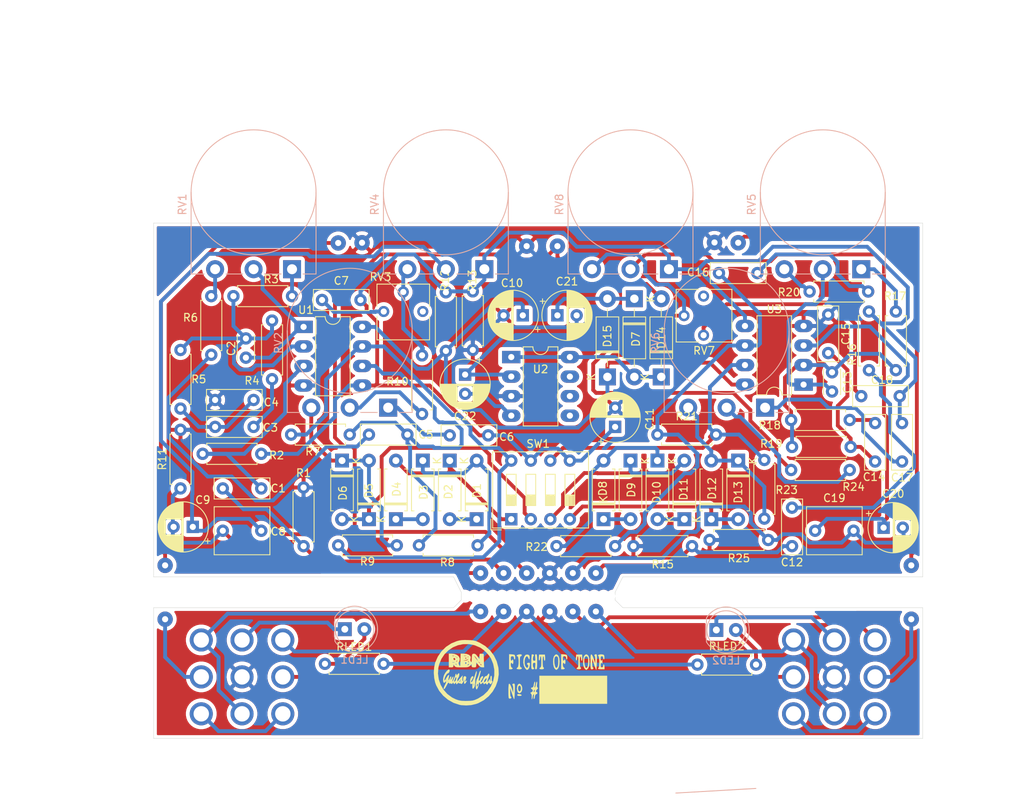
<source format=kicad_pcb>
(kicad_pcb (version 20171130) (host pcbnew "(5.1.5-0-10_14)")
  (layers (0 F.Cu signal) (31 B.Cu signal) (34 B.Paste user hide) (35 F.Paste user hide) (36 B.SilkS user) (37 F.SilkS user) (38 B.Mask user) (39 F.Mask user hide) (44 Edge.Cuts user))
  (net 0 "")
  (net 1 IN1)
  (net 2 "Net-(C1-Pad1)")
  (net 3 "Net-(C2-Pad2)")
  (net 4 "Net-(C2-Pad1)")
  (net 5 "Net-(C3-Pad2)")
  (net 6 "Net-(C3-Pad1)")
  (net 7 GND)
  (net 8 "Net-(C5-Pad2)")
  (net 9 "Net-(C5-Pad1)")
  (net 10 VREF)
  (net 11 "Net-(C6-Pad1)")
  (net 12 "Net-(C7-Pad1)")
  (net 13 OUT1)
  (net 14 "Net-(C8-Pad1)")
  (net 15 /POWER_SUPPLY/VCC)
  (net 16 IN2)
  (net 17 "Net-(C12-Pad1)")
  (net 18 "Net-(C13-Pad2)")
  (net 19 "Net-(C13-Pad1)")
  (net 20 "Net-(C14-Pad2)")
  (net 21 "Net-(C14-Pad1)")
  (net 22 "Net-(C16-Pad2)")
  (net 23 "Net-(C16-Pad1)")
  (net 24 "Net-(C17-Pad1)")
  (net 25 "Net-(C18-Pad1)")
  (net 26 OUT2)
  (net 27 "Net-(C19-Pad1)")
  (net 28 "Net-(C21-Pad2)")
  (net 29 /POWER_SUPPLY/18V)
  (net 30 "Net-(C22-Pad2)")
  (net 31 "Net-(D1-Pad2)")
  (net 32 "Net-(D1-Pad1)")
  (net 33 "Net-(D2-Pad1)")
  (net 34 "Net-(D3-Pad2)")
  (net 35 "Net-(D5-Pad2)")
  (net 36 "Net-(D5-Pad1)")
  (net 37 +9V)
  (net 38 "Net-(D14-Pad2)")
  (net 39 "Net-(D10-Pad1)")
  (net 40 "Net-(D8-Pad1)")
  (net 41 "Net-(D11-Pad2)")
  (net 42 "Net-(D10-Pad2)")
  (net 43 "Net-(D12-Pad2)")
  (net 44 "Net-(D12-Pad1)")
  (net 45 JACK_IN)
  (net 46 JACK_OUT)
  (net 47 "Net-(LED1-Pad2)")
  (net 48 SW1)
  (net 49 "Net-(LED2-Pad2)")
  (net 50 SW2)
  (net 51 "Net-(R3-Pad1)")
  (net 52 "Net-(R6-Pad1)")
  (net 53 "Net-(R7-Pad2)")
  (net 54 "Net-(R10-Pad2)")
  (net 55 "Net-(R10-Pad1)")
  (net 56 "Net-(R17-Pad1)")
  (net 57 "Net-(R20-Pad1)")
  (net 58 "Net-(R21-Pad2)")
  (net 59 "Net-(R24-Pad2)")
  (net 60 "Net-(R24-Pad1)")
  (net 61 "Net-(RV3-Pad1)")
  (net 62 "Net-(RV7-Pad1)")
  (net 63 COMMON)
  (net 64 "Net-(SW2-Pad1)")
  (net 65 "Net-(SW3-Pad1)")
  (net 66 "Net-(U2-Pad7)")
  (net 67 "Net-(U2-Pad6)")
  (net 68 "Net-(U2-Pad5)")
  (module 3PDT:MountingHole_2.1mm (layer F.Cu) (at 154.7 127.5)
    (fp_text reference REF**)
    (fp_text value MountingHole_2.1mm)
    (pad "" np_thru_hole circle (at 0 0) (size 0.7 0.7) (drill 0.7) (layers *.Cu *.Mask))
  )
  (module 3PDT:MountingHole_2.1mm (layer F.Cu) (at 153.5 127.5)
    (fp_text reference REF**)
    (fp_text value MountingHole_2.1mm)
    (pad "" np_thru_hole circle (at 0 0) (size 0.7 0.7) (drill 0.7) (layers *.Cu *.Mask))
  )
  (module 3PDT:MountingHole_2.1mm (layer F.Cu) (at 152.3 127.5)
    (fp_text reference REF**)
    (fp_text value MountingHole_2.1mm)
    (pad "" np_thru_hole circle (at 0 0) (size 0.7 0.7) (drill 0.7) (layers *.Cu *.Mask))
  )
  (module 3PDT:MountingHole_2.1mm (layer F.Cu) (at 151.1 127.5)
    (fp_text reference REF**)
    (fp_text value MountingHole_2.1mm)
    (pad "" np_thru_hole circle (at 0 0) (size 0.7 0.7) (drill 0.7) (layers *.Cu *.Mask))
  )
  (module 3PDT:MountingHole_2.1mm (layer F.Cu) (at 149.9 127.5)
    (fp_text reference REF**)
    (fp_text value MountingHole_2.1mm)
    (pad "" np_thru_hole circle (at 0 0) (size 0.7 0.7) (drill 0.7) (layers *.Cu *.Mask))
  )
  (module 3PDT:MountingHole_2.1mm (layer F.Cu) (at 148.7 127.5)
    (fp_text reference REF**)
    (fp_text value MountingHole_2.1mm)
    (pad "" np_thru_hole circle (at 0 0) (size 0.7 0.7) (drill 0.7) (layers *.Cu *.Mask))
  )
  (module 3PDT:MountingHole_2.1mm (layer F.Cu) (at 147.5 127.5)
    (fp_text reference REF**)
    (fp_text value MountingHole_2.1mm)
    (pad "" np_thru_hole circle (at 0 0) (size 0.7 0.7) (drill 0.7) (layers *.Cu *.Mask))
  )
  (module 3PDT:MountingHole_2.1mm (layer F.Cu) (at 146.3 127.5)
    (fp_text reference REF**)
    (fp_text value MountingHole_2.1mm)
    (pad "" np_thru_hole circle (at 0 0) (size 0.7 0.7) (drill 0.7) (layers *.Cu *.Mask))
  )
  (module 3PDT:MountingHole_2.1mm (layer F.Cu) (at 145.1 127.5)
    (fp_text reference REF**)
    (fp_text value MountingHole_2.1mm)
    (pad "" np_thru_hole circle (at 0 0) (size 0.7 0.7) (drill 0.7) (layers *.Cu *.Mask))
  )
  (module 3PDT:MountingHole_2.1mm (layer F.Cu) (at 143.9 127.5)
    (fp_text reference REF**)
    (fp_text value MountingHole_2.1mm)
    (pad "" np_thru_hole circle (at 0 0) (size 0.7 0.7) (drill 0.7) (layers *.Cu *.Mask))
  )
  (module 3PDT:MountingHole_2.1mm (layer F.Cu) (at 142.7 127.5)
    (fp_text reference REF**)
    (fp_text value MountingHole_2.1mm)
    (pad "" np_thru_hole circle (at 0 0) (size 0.7 0.7) (drill 0.7) (layers *.Cu *.Mask))
  )
  (module 3PDT:MountingHole_2.1mm (layer F.Cu) (at 141.5 127.5)
    (fp_text reference REF**)
    (fp_text value MountingHole_2.1mm)
    (pad "" np_thru_hole circle (at 0 0) (size 0.7 0.7) (drill 0.7) (layers *.Cu *.Mask))
  )
  (module 3PDT:MountingHole_2.1mm (layer F.Cu) (at 140.3 127.5)
    (fp_text reference REF**)
    (fp_text value MountingHole_2.1mm)
    (pad "" np_thru_hole circle (at 0 0) (size 0.7 0.7) (drill 0.7) (layers *.Cu *.Mask))
  )
  (module 3PDT:MountingHole_2.1mm (layer F.Cu) (at 139.1 127.5)
    (fp_text reference REF**)
    (fp_text value MountingHole_2.1mm)
    (pad "" np_thru_hole circle (at 0 0) (size 0.7 0.7) (drill 0.7) (layers *.Cu *.Mask))
  )
  (module 3PDT:MountingHole_2.1mm (layer F.Cu) (at 137.9 127.5)
    (fp_text reference REF**)
    (fp_text value MountingHole_2.1mm)
    (pad "" np_thru_hole circle (at 0 0) (size 0.7 0.7) (drill 0.7) (layers *.Cu *.Mask))
  )
  (module 3PDT:MountingHole_2.1mm (layer F.Cu) (at 136.7 127.5)
    (fp_text reference REF**)
    (fp_text value MountingHole_2.1mm)
    (pad "" np_thru_hole circle (at 0 0) (size 0.7 0.7) (drill 0.7) (layers *.Cu *.Mask))
  )
  (module 3PDT:MountingHole_2.1mm (layer F.Cu) (at 135.5 127.5)
    (fp_text reference REF**)
    (fp_text value MountingHole_2.1mm)
    (pad "" np_thru_hole circle (at 0 0) (size 0.7 0.7) (drill 0.7) (layers *.Cu *.Mask))
  )
  (module 3PDT:LOGO (layer F.Cu) (at 142.7 137.6)
    (fp_text reference G*** hide)
    (fp_text value LOGO hide)
  )
  (module Connector_Wire:SolderWirePad_1x01_Drill0.8mm (layer F.Cu) (at 193.5 123.5)
    (fp_text reference H104)
    (fp_text value OUT)
    (pad 1 thru_hole circle (at 0 0) (size 1.99898 1.99898) (drill 0.8001) (layers *.Cu *.Mask) (net 46 JACK_OUT))
  )
  (module Connector_Wire:SolderWirePad_1x01_Drill0.8mm (layer F.Cu) (at 96.5 123.5)
    (fp_text reference H103)
    (fp_text value IN)
    (pad 1 thru_hole circle (at 0 0) (size 1.99898 1.99898) (drill 0.8001) (layers *.Cu *.Mask) (net 45 JACK_IN))
  )
  (module Connector_Wire:SolderWirePad_1x01_Drill0.8mm (layer F.Cu) (at 193.5 130.5)
    (fp_text reference H102)
    (fp_text value OUT)
    (pad 1 thru_hole circle (at 0 0) (size 1.99898 1.99898) (drill 0.8001) (layers *.Cu *.Mask) (net 46 JACK_OUT))
  )
  (module Connector_Wire:SolderWirePad_1x01_Drill0.8mm (layer F.Cu) (at 96.5 130.5)
    (fp_text reference H101)
    (fp_text value IN)
    (pad 1 thru_hole circle (at 0 0) (size 1.99898 1.99898) (drill 0.8001) (layers *.Cu *.Mask) (net 45 JACK_IN))
  )
  (module Potentiometer_THT:Potentiometer_Vishay_T73YP_Vertical (layer F.Cu) (at 166.5 88.5 180)
    (fp_text reference RV7 (at -0.06 -7.09) (layer F.SilkS))
    (fp_text value B50K)
    (pad 1 thru_hole circle (at 0 0 180) (size 1.44 1.44) (drill 0.8) (layers *.Cu *.Mask) (net 62 "Net-(RV7-Pad1)"))
    (pad 2 thru_hole circle (at 2.54 -2.54 180) (size 1.44 1.44) (drill 0.8) (layers *.Cu *.Mask) (net 59 "Net-(R24-Pad2)"))
    (pad 3 thru_hole circle (at 0 -5.08 180) (size 1.44 1.44) (drill 0.8) (layers *.Cu *.Mask) (net 25 "Net-(C18-Pad1)"))
  )
  (module Potentiometer_THT:Potentiometer_Vishay_T73YP_Vertical (layer F.Cu) (at 130 90.5 90)
    (fp_text reference RV3 (at 4.5 -5.5 180) (layer F.SilkS))
    (fp_text value B50K)
    (pad 1 thru_hole circle (at 0 0 90) (size 1.44 1.44) (drill 0.8) (layers *.Cu *.Mask) (net 61 "Net-(RV3-Pad1)"))
    (pad 2 thru_hole circle (at 2.54 -2.54 90) (size 1.44 1.44) (drill 0.8) (layers *.Cu *.Mask) (net 54 "Net-(R10-Pad2)"))
    (pad 3 thru_hole circle (at 0 -5.08 90) (size 1.44 1.44) (drill 0.8) (layers *.Cu *.Mask) (net 12 "Net-(C7-Pad1)"))
  )
  (module Potentiometer_THT:Potentiometer_Piher_T-16L_Single_Vertical_Hole_MOD (layer F.Cu) (at 187 85 90)
    (fp_text reference RV5 (at 8.415 -14.25 90) (layer B.SilkS))
    (fp_text value B100K)
    (pad 1 thru_hole rect (at 0 0 90) (size 2.34 2.34) (drill 1.3) (layers *.Cu *.Mask) (net 56 "Net-(R17-Pad1)"))
    (pad 2 thru_hole circle (at 0 -5 90) (size 2.34 2.34) (drill 1.3) (layers *.Cu *.Mask) (net 19 "Net-(C13-Pad1)"))
    (pad 3 thru_hole circle (at 0 -10 90) (size 2.34 2.34) (drill 1.3) (layers *.Cu *.Mask) (net 57 "Net-(R20-Pad1)"))
  )
  (module Potentiometer_THT:Potentiometer_Piher_T-16L_Single_Vertical_Hole_MOD (layer F.Cu) (at 138 85 90)
    (fp_text reference RV4 (at 8.415 -14.25 90) (layer B.SilkS))
    (fp_text value A100K)
    (pad 1 thru_hole rect (at 0 0 90) (size 2.34 2.34) (drill 1.3) (layers *.Cu *.Mask) (net 10 VREF))
    (pad 2 thru_hole circle (at 0 -5 90) (size 2.34 2.34) (drill 1.3) (layers *.Cu *.Mask) (net 14 "Net-(C8-Pad1)"))
    (pad 3 thru_hole circle (at 0 -10 90) (size 2.34 2.34) (drill 1.3) (layers *.Cu *.Mask) (net 54 "Net-(R10-Pad2)"))
  )
  (module Potentiometer_THT:Potentiometer_Piher_T-16L_Single_Vertical_Hole_MOD (layer F.Cu) (at 162 85 90)
    (fp_text reference RV8 (at 8.415 -14.25 90) (layer B.SilkS))
    (fp_text value A100K)
    (pad 1 thru_hole rect (at 0 0 90) (size 2.34 2.34) (drill 1.3) (layers *.Cu *.Mask) (net 10 VREF))
    (pad 2 thru_hole circle (at 0 -5 90) (size 2.34 2.34) (drill 1.3) (layers *.Cu *.Mask) (net 27 "Net-(C19-Pad1)"))
    (pad 3 thru_hole circle (at 0 -10 90) (size 2.34 2.34) (drill 1.3) (layers *.Cu *.Mask) (net 59 "Net-(R24-Pad2)"))
  )
  (module Package_DIP:DIP-8_W7.62mm_LongPads (layer F.Cu) (at 179.5 100 180)
    (fp_text reference U3 (at 3.81 9.8) (layer F.SilkS))
    (fp_text value RC4580)
    (pad 8 thru_hole oval (at 7.62 0 180) (size 2.4 1.6) (drill 0.8) (layers *.Cu *.Mask) (net 15 /POWER_SUPPLY/VCC))
    (pad 4 thru_hole oval (at 0 7.62 180) (size 2.4 1.6) (drill 0.8) (layers *.Cu *.Mask) (net 7 GND))
    (pad 7 thru_hole oval (at 7.62 2.54 180) (size 2.4 1.6) (drill 0.8) (layers *.Cu *.Mask) (net 58 "Net-(R21-Pad2)"))
    (pad 3 thru_hole oval (at 0 5.08 180) (size 2.4 1.6) (drill 0.8) (layers *.Cu *.Mask) (net 17 "Net-(C12-Pad1)"))
    (pad 6 thru_hole oval (at 7.62 5.08 180) (size 2.4 1.6) (drill 0.8) (layers *.Cu *.Mask) (net 23 "Net-(C16-Pad1)"))
    (pad 2 thru_hole oval (at 0 2.54 180) (size 2.4 1.6) (drill 0.8) (layers *.Cu *.Mask) (net 18 "Net-(C13-Pad2)"))
    (pad 5 thru_hole oval (at 7.62 7.62 180) (size 2.4 1.6) (drill 0.8) (layers *.Cu *.Mask) (net 10 VREF))
    (pad 1 thru_hole rect (at 0 0 180) (size 2.4 1.6) (drill 0.8) (layers *.Cu *.Mask) (net 19 "Net-(C13-Pad1)"))
  )
  (module Package_DIP:DIP-8_W7.62mm_LongPads (layer F.Cu) (at 141.5 96.42)
    (fp_text reference U2 (at 3.81 1.58) (layer F.SilkS))
    (fp_text value MAX1044)
    (pad 8 thru_hole oval (at 7.62 0) (size 2.4 1.6) (drill 0.8) (layers *.Cu *.Mask) (net 38 "Net-(D14-Pad2)"))
    (pad 4 thru_hole oval (at 0 7.62) (size 2.4 1.6) (drill 0.8) (layers *.Cu *.Mask) (net 30 "Net-(C22-Pad2)"))
    (pad 7 thru_hole oval (at 7.62 2.54) (size 2.4 1.6) (drill 0.8) (layers *.Cu *.Mask) (net 66 "Net-(U2-Pad7)"))
    (pad 3 thru_hole oval (at 0 5.08) (size 2.4 1.6) (drill 0.8) (layers *.Cu *.Mask) (net 7 GND))
    (pad 6 thru_hole oval (at 7.62 5.08) (size 2.4 1.6) (drill 0.8) (layers *.Cu *.Mask) (net 67 "Net-(U2-Pad6)"))
    (pad 2 thru_hole oval (at 0 2.54) (size 2.4 1.6) (drill 0.8) (layers *.Cu *.Mask) (net 28 "Net-(C21-Pad2)"))
    (pad 5 thru_hole oval (at 7.62 7.62) (size 2.4 1.6) (drill 0.8) (layers *.Cu *.Mask) (net 68 "Net-(U2-Pad5)"))
    (pad 1 thru_hole rect (at 0 0) (size 2.4 1.6) (drill 0.8) (layers *.Cu *.Mask) (net 38 "Net-(D14-Pad2)"))
  )
  (module Package_DIP:DIP-8_W7.62mm_LongPads (layer F.Cu) (at 114.5 92.5)
    (fp_text reference U1 (at 0.3 -2.2) (layer F.SilkS))
    (fp_text value RC4580)
    (pad 8 thru_hole oval (at 7.62 0) (size 2.4 1.6) (drill 0.8) (layers *.Cu *.Mask) (net 15 /POWER_SUPPLY/VCC))
    (pad 4 thru_hole oval (at 0 7.62) (size 2.4 1.6) (drill 0.8) (layers *.Cu *.Mask) (net 7 GND))
    (pad 7 thru_hole oval (at 7.62 2.54) (size 2.4 1.6) (drill 0.8) (layers *.Cu *.Mask) (net 53 "Net-(R7-Pad2)"))
    (pad 3 thru_hole oval (at 0 5.08) (size 2.4 1.6) (drill 0.8) (layers *.Cu *.Mask) (net 2 "Net-(C1-Pad1)"))
    (pad 6 thru_hole oval (at 7.62 5.08) (size 2.4 1.6) (drill 0.8) (layers *.Cu *.Mask) (net 9 "Net-(C5-Pad1)"))
    (pad 2 thru_hole oval (at 0 2.54) (size 2.4 1.6) (drill 0.8) (layers *.Cu *.Mask) (net 3 "Net-(C2-Pad2)"))
    (pad 5 thru_hole oval (at 7.62 7.62) (size 2.4 1.6) (drill 0.8) (layers *.Cu *.Mask) (net 10 VREF))
    (pad 1 thru_hole rect (at 0 0) (size 2.4 1.6) (drill 0.8) (layers *.Cu *.Mask) (net 4 "Net-(C2-Pad1)"))
  )
  (module 3PDT:3PDT (layer F.Cu) (at 178.2 142.8)
    (fp_text reference SW3)
    (fp_text value 3pdt)
    (pad 8 thru_hole circle (at 5.3 -9.6) (size 3 3) (drill 2) (layers *.Cu *.Mask) (net 50 SW2))
    (pad 9 thru_hole circle (at 10.6 -9.6) (size 3 3) (drill 2) (layers *.Cu *.Mask) (net 26 OUT2))
    (pad 7 thru_hole circle (at 0 -9.6) (size 3 3) (drill 2) (layers *.Cu *.Mask) (net 16 IN2))
    (pad 4 thru_hole circle (at 0 -4.8) (size 3 3) (drill 2) (layers *.Cu *.Mask) (net 63 COMMON))
    (pad 6 thru_hole circle (at 10.6 -4.8) (size 3 3) (drill 2) (layers *.Cu *.Mask) (net 46 JACK_OUT))
    (pad 5 thru_hole circle (at 5.3 -4.8) (size 3 3) (drill 2) (layers *.Cu *.Mask) (net 7 GND))
    (pad 3 thru_hole circle (at 10.6 0) (size 3 3) (drill 2) (layers *.Cu *.Mask) (net 65 "Net-(SW3-Pad1)"))
    (pad 2 thru_hole circle (at 5.3 0) (size 3 3) (drill 2) (layers *.Cu *.Mask) (net 16 IN2))
    (pad 1 thru_hole circle (at 0 0) (size 3 3) (drill 2) (layers *.Cu *.Mask) (net 65 "Net-(SW3-Pad1)"))
  )
  (module 3PDT:3PDT (layer F.Cu) (at 101.2 142.8)
    (fp_text reference SW2)
    (fp_text value 3pdt)
    (pad 8 thru_hole circle (at 5.3 -9.6) (size 3 3) (drill 2) (layers *.Cu *.Mask) (net 48 SW1))
    (pad 9 thru_hole circle (at 10.6 -9.6) (size 3 3) (drill 2) (layers *.Cu *.Mask) (net 13 OUT1))
    (pad 7 thru_hole circle (at 0 -9.6) (size 3 3) (drill 2) (layers *.Cu *.Mask) (net 1 IN1))
    (pad 4 thru_hole circle (at 0 -4.8) (size 3 3) (drill 2) (layers *.Cu *.Mask) (net 45 JACK_IN))
    (pad 6 thru_hole circle (at 10.6 -4.8) (size 3 3) (drill 2) (layers *.Cu *.Mask) (net 63 COMMON))
    (pad 5 thru_hole circle (at 5.3 -4.8) (size 3 3) (drill 2) (layers *.Cu *.Mask) (net 7 GND))
    (pad 3 thru_hole circle (at 10.6 0) (size 3 3) (drill 2) (layers *.Cu *.Mask) (net 64 "Net-(SW2-Pad1)"))
    (pad 2 thru_hole circle (at 5.3 0) (size 3 3) (drill 2) (layers *.Cu *.Mask) (net 1 IN1))
    (pad 1 thru_hole circle (at 0 0) (size 3 3) (drill 2) (layers *.Cu *.Mask) (net 64 "Net-(SW2-Pad1)"))
  )
  (module Button_Switch_THT:SW_DIP_SPSTx04_Slide_9.78x12.34mm_W7.62mm_P2.54mm (layer F.Cu) (at 141.5 117.5 90)
    (fp_text reference SW1 (at 9.8 3.5 180) (layer F.SilkS))
    (fp_text value SW_DIP_4_2cases)
    (pad 8 thru_hole oval (at 7.62 0 90) (size 1.6 1.6) (drill 0.8) (layers *.Cu *.Mask) (net 53 "Net-(R7-Pad2)"))
    (pad 4 thru_hole oval (at 0 7.62 90) (size 1.6 1.6) (drill 0.8) (layers *.Cu *.Mask) (net 44 "Net-(D12-Pad1)"))
    (pad 7 thru_hole oval (at 7.62 2.54 90) (size 1.6 1.6) (drill 0.8) (layers *.Cu *.Mask) (net 10 VREF))
    (pad 3 thru_hole oval (at 0 5.08 90) (size 1.6 1.6) (drill 0.8) (layers *.Cu *.Mask) (net 41 "Net-(D11-Pad2)"))
    (pad 6 thru_hole oval (at 7.62 5.08 90) (size 1.6 1.6) (drill 0.8) (layers *.Cu *.Mask) (net 58 "Net-(R21-Pad2)"))
    (pad 2 thru_hole oval (at 0 2.54 90) (size 1.6 1.6) (drill 0.8) (layers *.Cu *.Mask) (net 36 "Net-(D5-Pad1)"))
    (pad 5 thru_hole oval (at 7.62 7.62 90) (size 1.6 1.6) (drill 0.8) (layers *.Cu *.Mask) (net 10 VREF))
    (pad 1 thru_hole rect (at 0 0 90) (size 1.6 1.6) (drill 0.8) (layers *.Cu *.Mask) (net 33 "Net-(D2-Pad1)"))
  )
  (module Potentiometer_THT:Potentiometer_Piher_T-16L_Single_Vertical_Hole_MOD (layer F.Cu) (at 174.5 103 90)
    (fp_text reference RV6 (at 8.415 -14.25 90) (layer B.SilkS))
    (fp_text value B25K)
    (pad 1 thru_hole rect (at 0 0 90) (size 2.34 2.34) (drill 1.3) (layers *.Cu *.Mask) (net 24 "Net-(C17-Pad1)"))
    (pad 2 thru_hole circle (at 0 -5 90) (size 2.34 2.34) (drill 1.3) (layers *.Cu *.Mask) (net 60 "Net-(R24-Pad1)"))
    (pad 3 thru_hole circle (at 0 -10 90) (size 2.34 2.34) (drill 1.3) (layers *.Cu *.Mask) (net 43 "Net-(D12-Pad2)"))
  )
  (module Potentiometer_THT:Potentiometer_Piher_T-16L_Single_Vertical_Hole_MOD (layer F.Cu) (at 125.5 103 90)
    (fp_text reference RV2 (at 8.415 -14.25 90) (layer B.SilkS))
    (fp_text value B25K)
    (pad 1 thru_hole rect (at 0 0 90) (size 2.34 2.34) (drill 1.3) (layers *.Cu *.Mask) (net 11 "Net-(C6-Pad1)"))
    (pad 2 thru_hole circle (at 0 -5 90) (size 2.34 2.34) (drill 1.3) (layers *.Cu *.Mask) (net 55 "Net-(R10-Pad1)"))
    (pad 3 thru_hole circle (at 0 -10 90) (size 2.34 2.34) (drill 1.3) (layers *.Cu *.Mask) (net 35 "Net-(D5-Pad2)"))
  )
  (module Potentiometer_THT:Potentiometer_Piher_T-16L_Single_Vertical_Hole_MOD (layer F.Cu) (at 113 85 90)
    (fp_text reference RV1 (at 8.415 -14.25 90) (layer B.SilkS))
    (fp_text value B100K)
    (pad 1 thru_hole rect (at 0 0 90) (size 2.34 2.34) (drill 1.3) (layers *.Cu *.Mask) (net 51 "Net-(R3-Pad1)"))
    (pad 2 thru_hole circle (at 0 -5 90) (size 2.34 2.34) (drill 1.3) (layers *.Cu *.Mask) (net 4 "Net-(C2-Pad1)"))
    (pad 3 thru_hole circle (at 0 -10 90) (size 2.34 2.34) (drill 1.3) (layers *.Cu *.Mask) (net 52 "Net-(R6-Pad1)"))
  )
  (module Resistor_THT:R_Axial_DIN0207_L6.3mm_D2.5mm_P7.62mm_Horizontal (layer F.Cu) (at 165.7 136.4)
    (fp_text reference RLED2 (at 3.81 -2.37) (layer F.SilkS))
    (fp_text value 2k2)
    (pad 2 thru_hole oval (at 7.62 0) (size 1.6 1.6) (drill 0.8) (layers *.Cu *.Mask) (net 49 "Net-(LED2-Pad2)"))
    (pad 1 thru_hole circle (at 0 0) (size 1.6 1.6) (drill 0.8) (layers *.Cu *.Mask) (net 37 +9V))
  )
  (module Resistor_THT:R_Axial_DIN0207_L6.3mm_D2.5mm_P7.62mm_Horizontal (layer F.Cu) (at 124.9 136.3 180)
    (fp_text reference RLED1 (at 3.81 2.2) (layer F.SilkS))
    (fp_text value 2k2)
    (pad 2 thru_hole oval (at 7.62 0 180) (size 1.6 1.6) (drill 0.8) (layers *.Cu *.Mask) (net 47 "Net-(LED1-Pad2)"))
    (pad 1 thru_hole circle (at 0 0 180) (size 1.6 1.6) (drill 0.8) (layers *.Cu *.Mask) (net 37 +9V))
  )
  (module Resistor_THT:R_Axial_DIN0207_L6.3mm_D2.5mm_P7.62mm_Horizontal (layer F.Cu) (at 174.9 120.2 180)
    (fp_text reference R25 (at 3.81 -2.37) (layer F.SilkS))
    (fp_text value 1M)
    (pad 2 thru_hole oval (at 7.62 0 180) (size 1.6 1.6) (drill 0.8) (layers *.Cu *.Mask) (net 7 GND))
    (pad 1 thru_hole circle (at 0 0 180) (size 1.6 1.6) (drill 0.8) (layers *.Cu *.Mask) (net 26 OUT2))
  )
  (module Resistor_THT:R_Axial_DIN0207_L6.3mm_D2.5mm_P7.62mm_Horizontal (layer F.Cu) (at 185.5 111.1 180)
    (fp_text reference R24 (at -0.5 -2.2) (layer F.SilkS))
    (fp_text value 6k8)
    (pad 2 thru_hole oval (at 7.62 0 180) (size 1.6 1.6) (drill 0.8) (layers *.Cu *.Mask) (net 59 "Net-(R24-Pad2)"))
    (pad 1 thru_hole circle (at 0 0 180) (size 1.6 1.6) (drill 0.8) (layers *.Cu *.Mask) (net 60 "Net-(R24-Pad1)"))
  )
  (module Resistor_THT:R_Axial_DIN0207_L6.3mm_D2.5mm_P7.62mm_Horizontal (layer F.Cu) (at 174.4 109.8 270)
    (fp_text reference R23 (at 3.9 -2.9 180) (layer F.SilkS))
    (fp_text value 1k)
    (pad 2 thru_hole oval (at 7.62 0 270) (size 1.6 1.6) (drill 0.8) (layers *.Cu *.Mask) (net 43 "Net-(D12-Pad2)"))
    (pad 1 thru_hole circle (at 0 0 270) (size 1.6 1.6) (drill 0.8) (layers *.Cu *.Mask) (net 58 "Net-(R21-Pad2)"))
  )
  (module Resistor_THT:R_Axial_DIN0207_L6.3mm_D2.5mm_P7.62mm_Horizontal (layer F.Cu) (at 155 121 180)
    (fp_text reference R22 (at 10.2 -0.1) (layer F.SilkS))
    (fp_text value 6k8)
    (pad 2 thru_hole oval (at 7.62 0 180) (size 1.6 1.6) (drill 0.8) (layers *.Cu *.Mask) (net 39 "Net-(D10-Pad1)"))
    (pad 1 thru_hole circle (at 0 0 180) (size 1.6 1.6) (drill 0.8) (layers *.Cu *.Mask) (net 23 "Net-(C16-Pad1)"))
  )
  (module Resistor_THT:R_Axial_DIN0207_L6.3mm_D2.5mm_P7.62mm_Horizontal (layer F.Cu) (at 160.5 106.5)
    (fp_text reference R21 (at 3.81 -2.37) (layer F.SilkS))
    (fp_text value 220k)
    (pad 2 thru_hole oval (at 7.62 0) (size 1.6 1.6) (drill 0.8) (layers *.Cu *.Mask) (net 58 "Net-(R21-Pad2)"))
    (pad 1 thru_hole circle (at 0 0) (size 1.6 1.6) (drill 0.8) (layers *.Cu *.Mask) (net 23 "Net-(C16-Pad1)"))
  )
  (module Resistor_THT:R_Axial_DIN0207_L6.3mm_D2.5mm_P7.62mm_Horizontal (layer F.Cu) (at 180.28 87.9)
    (fp_text reference R20 (at -2.68 0.1) (layer F.SilkS))
    (fp_text value 10k)
    (pad 2 thru_hole oval (at 7.62 0) (size 1.6 1.6) (drill 0.8) (layers *.Cu *.Mask) (net 22 "Net-(C16-Pad2)"))
    (pad 1 thru_hole circle (at 0 0) (size 1.6 1.6) (drill 0.8) (layers *.Cu *.Mask) (net 57 "Net-(R20-Pad1)"))
  )
  (module Resistor_THT:R_Axial_DIN0207_L6.3mm_D2.5mm_P7.62mm_Horizontal (layer F.Cu) (at 178 108.1)
    (fp_text reference R19 (at -2.7 -0.4) (layer F.SilkS))
    (fp_text value 27k)
    (pad 2 thru_hole oval (at 7.62 0) (size 1.6 1.6) (drill 0.8) (layers *.Cu *.Mask) (net 20 "Net-(C14-Pad2)"))
    (pad 1 thru_hole circle (at 0 0) (size 1.6 1.6) (drill 0.8) (layers *.Cu *.Mask) (net 18 "Net-(C13-Pad2)"))
  )
  (module Resistor_THT:R_Axial_DIN0207_L6.3mm_D2.5mm_P7.62mm_Horizontal (layer F.Cu) (at 185.5 104.6 180)
    (fp_text reference R18 (at 10.4 -0.7) (layer F.SilkS))
    (fp_text value 33k)
    (pad 2 thru_hole oval (at 7.62 0 180) (size 1.6 1.6) (drill 0.8) (layers *.Cu *.Mask) (net 18 "Net-(C13-Pad2)"))
    (pad 1 thru_hole circle (at 0 0 180) (size 1.6 1.6) (drill 0.8) (layers *.Cu *.Mask) (net 21 "Net-(C14-Pad1)"))
  )
  (module Resistor_THT:R_Axial_DIN0207_L6.3mm_D2.5mm_P7.62mm_Horizontal (layer F.Cu) (at 191.5 90.5 270)
    (fp_text reference R17 (at -2 0.1 180) (layer F.SilkS))
    (fp_text value 10k)
    (pad 2 thru_hole oval (at 7.62 0 270) (size 1.6 1.6) (drill 0.8) (layers *.Cu *.Mask) (net 18 "Net-(C13-Pad2)"))
    (pad 1 thru_hole circle (at 0 0 270) (size 1.6 1.6) (drill 0.8) (layers *.Cu *.Mask) (net 56 "Net-(R17-Pad1)"))
  )
  (module Resistor_THT:R_Axial_DIN0207_L6.3mm_D2.5mm_P7.62mm_Horizontal (layer F.Cu) (at 188 90.5 270)
    (fp_text reference R16 (at 5.6 2.2 90) (layer F.SilkS))
    (fp_text value 1M)
    (pad 2 thru_hole oval (at 7.62 0 270) (size 1.6 1.6) (drill 0.8) (layers *.Cu *.Mask) (net 17 "Net-(C12-Pad1)"))
    (pad 1 thru_hole circle (at 0 0 270) (size 1.6 1.6) (drill 0.8) (layers *.Cu *.Mask) (net 10 VREF))
  )
  (module Resistor_THT:R_Axial_DIN0207_L6.3mm_D2.5mm_P7.62mm_Horizontal (layer F.Cu) (at 165 121 180)
    (fp_text reference R15 (at 3.81 -2.37) (layer F.SilkS))
    (fp_text value 1M)
    (pad 2 thru_hole oval (at 7.62 0 180) (size 1.6 1.6) (drill 0.8) (layers *.Cu *.Mask) (net 7 GND))
    (pad 1 thru_hole circle (at 0 0 180) (size 1.6 1.6) (drill 0.8) (layers *.Cu *.Mask) (net 16 IN2))
  )
  (module Resistor_THT:R_Axial_DIN0207_L6.3mm_D2.5mm_P7.62mm_Horizontal (layer F.Cu) (at 136.5 87.88 270)
    (fp_text reference R13 (at -1.37 0.05 90) (layer F.SilkS))
    (fp_text value 47k)
    (pad 2 thru_hole oval (at 7.62 0 270) (size 1.6 1.6) (drill 0.8) (layers *.Cu *.Mask) (net 7 GND))
    (pad 1 thru_hole circle (at 0 0 270) (size 1.6 1.6) (drill 0.8) (layers *.Cu *.Mask) (net 10 VREF))
  )
  (module Resistor_THT:R_Axial_DIN0207_L6.3mm_D2.5mm_P7.62mm_Horizontal (layer F.Cu) (at 133 95.62 90)
    (fp_text reference R12 (at 9.19 -0.12 90) (layer F.SilkS))
    (fp_text value 47k)
    (pad 2 thru_hole oval (at 7.62 0 90) (size 1.6 1.6) (drill 0.8) (layers *.Cu *.Mask) (net 10 VREF))
    (pad 1 thru_hole circle (at 0 0 90) (size 1.6 1.6) (drill 0.8) (layers *.Cu *.Mask) (net 15 /POWER_SUPPLY/VCC))
  )
  (module Resistor_THT:R_Axial_DIN0207_L6.3mm_D2.5mm_P7.62mm_Horizontal (layer F.Cu) (at 98.5 113.5 90)
    (fp_text reference R11 (at 3.81 -2.37 90) (layer F.SilkS))
    (fp_text value 1M)
    (pad 2 thru_hole oval (at 7.62 0 90) (size 1.6 1.6) (drill 0.8) (layers *.Cu *.Mask) (net 7 GND))
    (pad 1 thru_hole circle (at 0 0 90) (size 1.6 1.6) (drill 0.8) (layers *.Cu *.Mask) (net 13 OUT1))
  )
  (module Resistor_THT:R_Axial_DIN0207_L6.3mm_D2.5mm_P7.62mm_Horizontal (layer F.Cu) (at 129.9 103.82 90)
    (fp_text reference R10 (at 4.22 -3.2 180) (layer F.SilkS))
    (fp_text value 6k8)
    (pad 2 thru_hole oval (at 7.62 0 90) (size 1.6 1.6) (drill 0.8) (layers *.Cu *.Mask) (net 54 "Net-(R10-Pad2)"))
    (pad 1 thru_hole circle (at 0 0 90) (size 1.6 1.6) (drill 0.8) (layers *.Cu *.Mask) (net 55 "Net-(R10-Pad1)"))
  )
  (module Resistor_THT:R_Axial_DIN0207_L6.3mm_D2.5mm_P7.62mm_Horizontal (layer F.Cu) (at 119 120.9)
    (fp_text reference R9 (at 3.81 2.1) (layer F.SilkS))
    (fp_text value 1k)
    (pad 2 thru_hole oval (at 7.62 0) (size 1.6 1.6) (drill 0.8) (layers *.Cu *.Mask) (net 35 "Net-(D5-Pad2)"))
    (pad 1 thru_hole circle (at 0 0) (size 1.6 1.6) (drill 0.8) (layers *.Cu *.Mask) (net 53 "Net-(R7-Pad2)"))
  )
  (module Resistor_THT:R_Axial_DIN0207_L6.3mm_D2.5mm_P7.62mm_Horizontal (layer F.Cu) (at 129.5 120.9)
    (fp_text reference R8 (at 3.7 2.2) (layer F.SilkS))
    (fp_text value 6k8)
    (pad 2 thru_hole oval (at 7.62 0) (size 1.6 1.6) (drill 0.8) (layers *.Cu *.Mask) (net 31 "Net-(D1-Pad2)"))
    (pad 1 thru_hole circle (at 0 0) (size 1.6 1.6) (drill 0.8) (layers *.Cu *.Mask) (net 9 "Net-(C5-Pad1)"))
  )
  (module Resistor_THT:R_Axial_DIN0207_L6.3mm_D2.5mm_P7.62mm_Horizontal (layer F.Cu) (at 120.5 106.5 180)
    (fp_text reference R7 (at 4.8 -2.2) (layer F.SilkS))
    (fp_text value 220k)
    (pad 2 thru_hole oval (at 7.62 0 180) (size 1.6 1.6) (drill 0.8) (layers *.Cu *.Mask) (net 53 "Net-(R7-Pad2)"))
    (pad 1 thru_hole circle (at 0 0 180) (size 1.6 1.6) (drill 0.8) (layers *.Cu *.Mask) (net 9 "Net-(C5-Pad1)"))
  )
  (module Resistor_THT:R_Axial_DIN0207_L6.3mm_D2.5mm_P7.62mm_Horizontal (layer F.Cu) (at 102.5 88.5 270)
    (fp_text reference R6 (at 2.8 2.7 180) (layer F.SilkS))
    (fp_text value 10k)
    (pad 2 thru_hole oval (at 7.62 0 270) (size 1.6 1.6) (drill 0.8) (layers *.Cu *.Mask) (net 8 "Net-(C5-Pad2)"))
    (pad 1 thru_hole circle (at 0 0 270) (size 1.6 1.6) (drill 0.8) (layers *.Cu *.Mask) (net 52 "Net-(R6-Pad1)"))
  )
  (module Resistor_THT:R_Axial_DIN0207_L6.3mm_D2.5mm_P7.62mm_Horizontal (layer F.Cu) (at 98.5 95.5 270)
    (fp_text reference R5 (at 3.81 -2.37 180) (layer F.SilkS))
    (fp_text value 27k)
    (pad 2 thru_hole oval (at 7.62 0 270) (size 1.6 1.6) (drill 0.8) (layers *.Cu *.Mask) (net 5 "Net-(C3-Pad2)"))
    (pad 1 thru_hole circle (at 0 0 270) (size 1.6 1.6) (drill 0.8) (layers *.Cu *.Mask) (net 3 "Net-(C2-Pad2)"))
  )
  (module Resistor_THT:R_Axial_DIN0207_L6.3mm_D2.5mm_P7.62mm_Horizontal (layer F.Cu) (at 110.4 99.3 90)
    (fp_text reference R4 (at -0.2 -2.6 180) (layer F.SilkS))
    (fp_text value 33k)
    (pad 2 thru_hole oval (at 7.62 0 90) (size 1.6 1.6) (drill 0.8) (layers *.Cu *.Mask) (net 3 "Net-(C2-Pad2)"))
    (pad 1 thru_hole circle (at 0 0 90) (size 1.6 1.6) (drill 0.8) (layers *.Cu *.Mask) (net 6 "Net-(C3-Pad1)"))
  )
  (module Resistor_THT:R_Axial_DIN0207_L6.3mm_D2.5mm_P7.62mm_Horizontal (layer F.Cu) (at 113 88.5 180)
    (fp_text reference R3 (at 2.7 2.2) (layer F.SilkS))
    (fp_text value 10k)
    (pad 2 thru_hole oval (at 7.62 0 180) (size 1.6 1.6) (drill 0.8) (layers *.Cu *.Mask) (net 3 "Net-(C2-Pad2)"))
    (pad 1 thru_hole circle (at 0 0 180) (size 1.6 1.6) (drill 0.8) (layers *.Cu *.Mask) (net 51 "Net-(R3-Pad1)"))
  )
  (module Resistor_THT:R_Axial_DIN0207_L6.3mm_D2.5mm_P7.62mm_Horizontal (layer F.Cu) (at 109 109 180)
    (fp_text reference R2 (at -2 -0.2) (layer F.SilkS))
    (fp_text value 1M)
    (pad 2 thru_hole oval (at 7.62 0 180) (size 1.6 1.6) (drill 0.8) (layers *.Cu *.Mask) (net 2 "Net-(C1-Pad1)"))
    (pad 1 thru_hole circle (at 0 0 180) (size 1.6 1.6) (drill 0.8) (layers *.Cu *.Mask) (net 10 VREF))
  )
  (module Resistor_THT:R_Axial_DIN0207_L6.3mm_D2.5mm_P7.62mm_Horizontal (layer F.Cu) (at 114.5 121 90)
    (fp_text reference R1 (at 9.5 0 180) (layer F.SilkS))
    (fp_text value 1M)
    (pad 2 thru_hole oval (at 7.62 0 90) (size 1.6 1.6) (drill 0.8) (layers *.Cu *.Mask) (net 7 GND))
    (pad 1 thru_hole circle (at 0 0 90) (size 1.6 1.6) (drill 0.8) (layers *.Cu *.Mask) (net 1 IN1))
  )
  (module LED_THT:LED_D5.0mm (layer B.Cu) (at 168.16 131.9)
    (fp_text reference LED2 (at 1.27 3.96 180) (layer B.SilkS) (effects (justify mirror)))
    (fp_text value LED)
    (pad 2 thru_hole circle (at 2.54 0) (size 1.8 1.8) (drill 0.9) (layers *.Cu *.Mask) (net 49 "Net-(LED2-Pad2)"))
    (pad 1 thru_hole rect (at 0 0) (size 1.8 1.8) (drill 0.9) (layers *.Cu *.Mask) (net 50 SW2))
  )
  (module LED_THT:LED_D5.0mm (layer B.Cu) (at 119.86 131.8)
    (fp_text reference LED1 (at 1.27 3.96 180) (layer B.SilkS) (effects (justify mirror)))
    (fp_text value LED)
    (pad 2 thru_hole circle (at 2.54 0) (size 1.8 1.8) (drill 0.9) (layers *.Cu *.Mask) (net 47 "Net-(LED1-Pad2)"))
    (pad 1 thru_hole rect (at 0 0) (size 1.8 1.8) (drill 0.9) (layers *.Cu *.Mask) (net 48 SW1))
  )
  (module Connector_Wire:SolderWirePad_1x01_Drill0.8mm (layer F.Cu) (at 171 81.56)
    (fp_text reference H2)
    (fp_text value OUT)
    (pad 1 thru_hole circle (at 0 0) (size 1.99898 1.99898) (drill 0.8001) (layers *.Cu *.Mask) (net 46 JACK_OUT))
  )
  (module Connector_Wire:SolderWirePad_1x01_Drill0.8mm (layer F.Cu) (at 119 81.59)
    (fp_text reference H1)
    (fp_text value IN)
    (pad 1 thru_hole circle (at 0 0) (size 1.99898 1.99898) (drill 0.8001) (layers *.Cu *.Mask) (net 45 JACK_IN))
  )
  (module Connector_Wire:SolderWirePad_1x01_Drill0.8mm (layer F.Cu) (at 143.5 82)
    (fp_text reference H6)
    (fp_text value GND)
    (pad 1 thru_hole circle (at 0 0) (size 1.99898 1.99898) (drill 0.8001) (layers *.Cu *.Mask) (net 7 GND))
  )
  (module Connector_Wire:SolderWirePad_1x01_Drill0.8mm (layer F.Cu) (at 122.1 81.56)
    (fp_text reference H5)
    (fp_text value GND)
    (pad 1 thru_hole circle (at 0 0) (size 1.99898 1.99898) (drill 0.8001) (layers *.Cu *.Mask) (net 7 GND))
  )
  (module Connector_Wire:SolderWirePad_1x01_Drill0.8mm (layer F.Cu) (at 167.92 81.52)
    (fp_text reference H4)
    (fp_text value GND)
    (pad 1 thru_hole circle (at 0 0) (size 1.99898 1.99898) (drill 0.8001) (layers *.Cu *.Mask) (net 7 GND))
  )
  (module Connector_Wire:SolderWirePad_1x01_Drill0.8mm (layer F.Cu) (at 147.5 82)
    (fp_text reference H3)
    (fp_text value 9V)
    (pad 1 thru_hole circle (at 0 0) (size 1.99898 1.99898) (drill 0.8001) (layers *.Cu *.Mask) (net 37 +9V))
  )
  (module Diode_THT:D_DO-41_SOD81_P10.16mm_Horizontal (layer F.Cu) (at 154 99 90)
    (fp_text reference D15 (at 5.3 0 90) (layer F.SilkS))
    (fp_text value 5817)
    (fp_text user K (at 0 -2.1 90) (layer F.SilkS))
    (pad 2 thru_hole oval (at 10.16 0 90) (size 2.2 2.2) (drill 1.1) (layers *.Cu *.Mask) (net 29 /POWER_SUPPLY/18V))
    (pad 1 thru_hole rect (at 0 0 90) (size 2.2 2.2) (drill 1.1) (layers *.Cu *.Mask) (net 15 /POWER_SUPPLY/VCC))
  )
  (module Diode_THT:D_DO-41_SOD81_P10.16mm_Horizontal (layer F.Cu) (at 157.5 88.84 270)
    (fp_text reference D14 (at 5.06 -3.5 90) (layer F.SilkS))
    (fp_text value 5817)
    (fp_text user K (at 0 -2.1 90) (layer F.SilkS))
    (pad 2 thru_hole oval (at 10.16 0 270) (size 2.2 2.2) (drill 1.1) (layers *.Cu *.Mask) (net 38 "Net-(D14-Pad2)"))
    (pad 1 thru_hole rect (at 0 0 270) (size 2.2 2.2) (drill 1.1) (layers *.Cu *.Mask) (net 29 /POWER_SUPPLY/18V))
  )
  (module Diode_THT:D_A-405_P7.62mm_Horizontal (layer F.Cu) (at 171 109.88 270)
    (fp_text reference D13 (at 4.12 0 90) (layer F.SilkS))
    (fp_text value 1S1588)
    (fp_text user K (at 0 -1.9 90) (layer F.SilkS))
    (pad 2 thru_hole oval (at 7.62 0 270) (size 1.8 1.8) (drill 0.9) (layers *.Cu *.Mask) (net 44 "Net-(D12-Pad1)"))
    (pad 1 thru_hole rect (at 0 0 270) (size 1.8 1.8) (drill 0.9) (layers *.Cu *.Mask) (net 43 "Net-(D12-Pad2)"))
  )
  (module Diode_THT:D_A-405_P7.62mm_Horizontal (layer F.Cu) (at 167.5 117.5 90)
    (fp_text reference D12 (at 4 0.1 90) (layer F.SilkS))
    (fp_text value 1S1588)
    (fp_text user K (at 0 -1.9 90) (layer F.SilkS))
    (pad 2 thru_hole oval (at 7.62 0 90) (size 1.8 1.8) (drill 0.9) (layers *.Cu *.Mask) (net 43 "Net-(D12-Pad2)"))
    (pad 1 thru_hole rect (at 0 0 90) (size 1.8 1.8) (drill 0.9) (layers *.Cu *.Mask) (net 44 "Net-(D12-Pad1)"))
  )
  (module Diode_THT:D_A-405_P7.62mm_Horizontal (layer F.Cu) (at 164 117.5 90)
    (fp_text reference D11 (at 3.9 -0.1 90) (layer F.SilkS))
    (fp_text value MA856)
    (fp_text user K (at 0 -1.9 90) (layer F.SilkS))
    (pad 2 thru_hole oval (at 7.62 0 90) (size 1.8 1.8) (drill 0.9) (layers *.Cu *.Mask) (net 41 "Net-(D11-Pad2)"))
    (pad 1 thru_hole rect (at 0 0 90) (size 1.8 1.8) (drill 0.9) (layers *.Cu *.Mask) (net 42 "Net-(D10-Pad2)"))
  )
  (module Diode_THT:D_A-405_P7.62mm_Horizontal (layer F.Cu) (at 160.5 109.88 270)
    (fp_text reference D10 (at 4.12 0.1 90) (layer F.SilkS))
    (fp_text value MA856)
    (fp_text user K (at 0 -1.9 90) (layer F.SilkS))
    (pad 2 thru_hole oval (at 7.62 0 270) (size 1.8 1.8) (drill 0.9) (layers *.Cu *.Mask) (net 42 "Net-(D10-Pad2)"))
    (pad 1 thru_hole rect (at 0 0 270) (size 1.8 1.8) (drill 0.9) (layers *.Cu *.Mask) (net 39 "Net-(D10-Pad1)"))
  )
  (module Diode_THT:D_A-405_P7.62mm_Horizontal (layer F.Cu) (at 157 109.88 270)
    (fp_text reference D9 (at 3.82 -0.1 90) (layer F.SilkS))
    (fp_text value MA856)
    (fp_text user K (at 0 -1.9 90) (layer F.SilkS))
    (pad 2 thru_hole oval (at 7.62 0 270) (size 1.8 1.8) (drill 0.9) (layers *.Cu *.Mask) (net 40 "Net-(D8-Pad1)"))
    (pad 1 thru_hole rect (at 0 0 270) (size 1.8 1.8) (drill 0.9) (layers *.Cu *.Mask) (net 41 "Net-(D11-Pad2)"))
  )
  (module Diode_THT:D_A-405_P7.62mm_Horizontal (layer F.Cu) (at 153.5 117.5 90)
    (fp_text reference D8 (at 4 -0.1 90) (layer F.SilkS))
    (fp_text value MA856)
    (fp_text user K (at 2.6 0 90) (layer F.SilkS))
    (pad 2 thru_hole oval (at 7.62 0 90) (size 1.8 1.8) (drill 0.9) (layers *.Cu *.Mask) (net 39 "Net-(D10-Pad1)"))
    (pad 1 thru_hole rect (at 0 0 90) (size 1.8 1.8) (drill 0.9) (layers *.Cu *.Mask) (net 40 "Net-(D8-Pad1)"))
  )
  (module Diode_THT:D_DO-41_SOD81_P10.16mm_Horizontal (layer F.Cu) (at 161 99 90)
    (fp_text reference D7 (at 4.9 -3.3 90) (layer F.SilkS))
    (fp_text value 5817)
    (fp_text user K (at 0 -2.1 90) (layer F.SilkS))
    (pad 2 thru_hole oval (at 10.16 0 90) (size 2.2 2.2) (drill 1.1) (layers *.Cu *.Mask) (net 37 +9V))
    (pad 1 thru_hole rect (at 0 0 90) (size 2.2 2.2) (drill 1.1) (layers *.Cu *.Mask) (net 38 "Net-(D14-Pad2)"))
  )
  (module Diode_THT:D_A-405_P7.62mm_Horizontal (layer F.Cu) (at 119.5 109.88 270)
    (fp_text reference D6 (at 4.22 -0.1 90) (layer F.SilkS))
    (fp_text value 1S1588)
    (fp_text user K (at 0 -1.9 90) (layer F.SilkS))
    (pad 2 thru_hole oval (at 7.62 0 270) (size 1.8 1.8) (drill 0.9) (layers *.Cu *.Mask) (net 36 "Net-(D5-Pad1)"))
    (pad 1 thru_hole rect (at 0 0 270) (size 1.8 1.8) (drill 0.9) (layers *.Cu *.Mask) (net 35 "Net-(D5-Pad2)"))
  )
  (module Diode_THT:D_A-405_P7.62mm_Horizontal (layer F.Cu) (at 123 117.5 90)
    (fp_text reference D5 (at 3.7 0 90) (layer F.SilkS))
    (fp_text value 1S1588)
    (fp_text user K (at 0 -1.9 90) (layer F.SilkS))
    (pad 2 thru_hole oval (at 7.62 0 90) (size 1.8 1.8) (drill 0.9) (layers *.Cu *.Mask) (net 35 "Net-(D5-Pad2)"))
    (pad 1 thru_hole rect (at 0 0 90) (size 1.8 1.8) (drill 0.9) (layers *.Cu *.Mask) (net 36 "Net-(D5-Pad1)"))
  )
  (module Diode_THT:D_A-405_P7.62mm_Horizontal (layer F.Cu) (at 126.5 117.5 90)
    (fp_text reference D4 (at 3.9 0.1 90) (layer F.SilkS))
    (fp_text value MA856)
    (fp_text user K (at 0 -1.9 90) (layer F.SilkS))
    (pad 2 thru_hole oval (at 7.62 0 90) (size 1.8 1.8) (drill 0.9) (layers *.Cu *.Mask) (net 33 "Net-(D2-Pad1)"))
    (pad 1 thru_hole rect (at 0 0 90) (size 1.8 1.8) (drill 0.9) (layers *.Cu *.Mask) (net 34 "Net-(D3-Pad2)"))
  )
  (module Diode_THT:D_A-405_P7.62mm_Horizontal (layer F.Cu) (at 130 109.88 270)
    (fp_text reference D3 (at 4.12 -0.1 90) (layer F.SilkS))
    (fp_text value MA856)
    (fp_text user K (at 0 -1.9 90) (layer F.SilkS))
    (pad 2 thru_hole oval (at 7.62 0 270) (size 1.8 1.8) (drill 0.9) (layers *.Cu *.Mask) (net 34 "Net-(D3-Pad2)"))
    (pad 1 thru_hole rect (at 0 0 270) (size 1.8 1.8) (drill 0.9) (layers *.Cu *.Mask) (net 31 "Net-(D1-Pad2)"))
  )
  (module Diode_THT:D_A-405_P7.62mm_Horizontal (layer F.Cu) (at 133.5 109.88 270)
    (fp_text reference D2 (at 4.06 0.17 90) (layer F.SilkS))
    (fp_text value MA856)
    (fp_text user K (at 0 -1.9 90) (layer F.SilkS))
    (pad 2 thru_hole oval (at 7.62 0 270) (size 1.8 1.8) (drill 0.9) (layers *.Cu *.Mask) (net 32 "Net-(D1-Pad1)"))
    (pad 1 thru_hole rect (at 0 0 270) (size 1.8 1.8) (drill 0.9) (layers *.Cu *.Mask) (net 33 "Net-(D2-Pad1)"))
  )
  (module Diode_THT:D_A-405_P7.62mm_Horizontal (layer F.Cu) (at 137 117.5 90)
    (fp_text reference D1 (at 3.71 0.04 90) (layer F.SilkS))
    (fp_text value MA856)
    (fp_text user K (at 0 -1.9 90) (layer F.SilkS))
    (pad 2 thru_hole oval (at 7.62 0 90) (size 1.8 1.8) (drill 0.9) (layers *.Cu *.Mask) (net 31 "Net-(D1-Pad2)"))
    (pad 1 thru_hole rect (at 0 0 90) (size 1.8 1.8) (drill 0.9) (layers *.Cu *.Mask) (net 32 "Net-(D1-Pad1)"))
  )
  (module Capacitor_THT:CP_Radial_D6.3mm_P2.50mm (layer F.Cu) (at 135.5 98.7 270)
    (fp_text reference C22 (at 5.4 0 180) (layer F.SilkS))
    (fp_text value 10u)
    (pad 2 thru_hole circle (at 2.5 0 270) (size 1.6 1.6) (drill 0.8) (layers *.Cu *.Mask) (net 30 "Net-(C22-Pad2)"))
    (pad 1 thru_hole rect (at 0 0 270) (size 1.6 1.6) (drill 0.8) (layers *.Cu *.Mask) (net 28 "Net-(C21-Pad2)"))
  )
  (module Capacitor_THT:CP_Radial_D6.3mm_P2.50mm (layer F.Cu) (at 147.5 91)
    (fp_text reference C21 (at 1.25 -4.4) (layer F.SilkS))
    (fp_text value 10u)
    (pad 2 thru_hole circle (at 2.5 0) (size 1.6 1.6) (drill 0.8) (layers *.Cu *.Mask) (net 28 "Net-(C21-Pad2)"))
    (pad 1 thru_hole rect (at 0 0) (size 1.6 1.6) (drill 0.8) (layers *.Cu *.Mask) (net 29 /POWER_SUPPLY/18V))
  )
  (module Capacitor_THT:CP_Radial_D6.3mm_P2.50mm (layer F.Cu) (at 189.9 118.6)
    (fp_text reference C20 (at 1.25 -4.4) (layer F.SilkS))
    (fp_text value 1u)
    (pad 2 thru_hole circle (at 2.5 0) (size 1.6 1.6) (drill 0.8) (layers *.Cu *.Mask) (net 26 OUT2))
    (pad 1 thru_hole rect (at 0 0) (size 1.6 1.6) (drill 0.8) (layers *.Cu *.Mask) (net 27 "Net-(C19-Pad1)"))
  )
  (module Capacitor_THT:C_Rect_L7.0mm_W6.0mm_P5.00mm (layer F.Cu) (at 181 119)
    (fp_text reference C19 (at 2.5 -4.25) (layer F.SilkS))
    (fp_text value 1u)
    (pad 2 thru_hole circle (at 5 0) (size 1.6 1.6) (drill 0.8) (layers *.Cu *.Mask) (net 26 OUT2))
    (pad 1 thru_hole circle (at 0 0) (size 1.6 1.6) (drill 0.8) (layers *.Cu *.Mask) (net 27 "Net-(C19-Pad1)"))
  )
  (module Capacitor_THT:C_Rect_L7.0mm_W2.5mm_P5.00mm (layer F.Cu) (at 187 101.5)
    (fp_text reference C18 (at 2.7 -2.1) (layer F.SilkS))
    (fp_text value 10n)
    (pad 2 thru_hole circle (at 5 0) (size 1.6 1.6) (drill 0.8) (layers *.Cu *.Mask) (net 10 VREF))
    (pad 1 thru_hole circle (at 0 0) (size 1.6 1.6) (drill 0.8) (layers *.Cu *.Mask) (net 25 "Net-(C18-Pad1)"))
  )
  (module Capacitor_THT:C_Rect_L7.0mm_W2.5mm_P5.00mm (layer F.Cu) (at 192.3 110 90)
    (fp_text reference C17 (at -2.08 0.01 180) (layer F.SilkS))
    (fp_text value 10n)
    (pad 2 thru_hole circle (at 5 0 90) (size 1.6 1.6) (drill 0.8) (layers *.Cu *.Mask) (net 10 VREF))
    (pad 1 thru_hole circle (at 0 0 90) (size 1.6 1.6) (drill 0.8) (layers *.Cu *.Mask) (net 24 "Net-(C17-Pad1)"))
  )
  (module Capacitor_THT:C_Rect_L7.0mm_W2.5mm_P5.00mm (layer F.Cu) (at 168.5 85.5)
    (fp_text reference C16 (at -2.7 -0.1) (layer F.SilkS))
    (fp_text value 100n)
    (pad 2 thru_hole circle (at 5 0) (size 1.6 1.6) (drill 0.8) (layers *.Cu *.Mask) (net 22 "Net-(C16-Pad2)"))
    (pad 1 thru_hole circle (at 0 0) (size 1.6 1.6) (drill 0.8) (layers *.Cu *.Mask) (net 23 "Net-(C16-Pad1)"))
  )
  (module Capacitor_THT:C_Rect_L7.0mm_W2.5mm_P5.00mm (layer F.Cu) (at 182.7 95.9 90)
    (fp_text reference C15 (at 2.5 2.3 90) (layer F.SilkS))
    (fp_text value 10n)
    (pad 2 thru_hole circle (at 5 0 90) (size 1.6 1.6) (drill 0.8) (layers *.Cu *.Mask) (net 7 GND))
    (pad 1 thru_hole circle (at 0 0 90) (size 1.6 1.6) (drill 0.8) (layers *.Cu *.Mask) (net 20 "Net-(C14-Pad2)"))
  )
  (module Capacitor_THT:C_Rect_L7.0mm_W2.5mm_P5.00mm (layer F.Cu) (at 188.8 105 270)
    (fp_text reference C14 (at 7.01 0.14 180) (layer F.SilkS))
    (fp_text value 10n)
    (pad 2 thru_hole circle (at 5 0 270) (size 1.6 1.6) (drill 0.8) (layers *.Cu *.Mask) (net 20 "Net-(C14-Pad2)"))
    (pad 1 thru_hole circle (at 0 0 270) (size 1.6 1.6) (drill 0.8) (layers *.Cu *.Mask) (net 21 "Net-(C14-Pad1)"))
  )
  (module Capacitor_THT:C_Disc_D3.0mm_W2.0mm_P2.50mm (layer F.Cu) (at 183.2 100.9 90)
    (fp_text reference C13 (at 1.2 2 90) (layer F.SilkS))
    (fp_text value 100p)
    (pad 2 thru_hole circle (at 2.5 0 90) (size 1.6 1.6) (drill 0.8) (layers *.Cu *.Mask) (net 18 "Net-(C13-Pad2)"))
    (pad 1 thru_hole circle (at 0 0 90) (size 1.6 1.6) (drill 0.8) (layers *.Cu *.Mask) (net 19 "Net-(C13-Pad1)"))
  )
  (module Capacitor_THT:C_Rect_L7.0mm_W2.5mm_P5.00mm (layer F.Cu) (at 178 116 270)
    (fp_text reference C12 (at 7.1 0 180) (layer F.SilkS))
    (fp_text value 10n)
    (pad 2 thru_hole circle (at 5 0 270) (size 1.6 1.6) (drill 0.8) (layers *.Cu *.Mask) (net 16 IN2))
    (pad 1 thru_hole circle (at 0 0 270) (size 1.6 1.6) (drill 0.8) (layers *.Cu *.Mask) (net 17 "Net-(C12-Pad1)"))
  )
  (module Capacitor_THT:CP_Radial_D6.3mm_P2.50mm (layer F.Cu) (at 155 105.5 90)
    (fp_text reference C11 (at 1 4.5 90) (layer F.SilkS))
    (fp_text value 100u)
    (pad 2 thru_hole circle (at 2.5 0 90) (size 1.6 1.6) (drill 0.8) (layers *.Cu *.Mask) (net 7 GND))
    (pad 1 thru_hole rect (at 0 0 90) (size 1.6 1.6) (drill 0.8) (layers *.Cu *.Mask) (net 10 VREF))
  )
  (module Capacitor_THT:CP_Radial_D6.3mm_P2.50mm (layer F.Cu) (at 143 91 180)
    (fp_text reference C10 (at 1.4 4.2) (layer F.SilkS))
    (fp_text value 10u)
    (pad 2 thru_hole circle (at 2.5 0 180) (size 1.6 1.6) (drill 0.8) (layers *.Cu *.Mask) (net 7 GND))
    (pad 1 thru_hole rect (at 0 0 180) (size 1.6 1.6) (drill 0.8) (layers *.Cu *.Mask) (net 15 /POWER_SUPPLY/VCC))
  )
  (module Capacitor_THT:CP_Radial_D6.3mm_P2.50mm (layer F.Cu) (at 100.1 118.5 180)
    (fp_text reference C9 (at -1.3 3.5) (layer F.SilkS))
    (fp_text value 1u)
    (pad 2 thru_hole circle (at 2.5 0 180) (size 1.6 1.6) (drill 0.8) (layers *.Cu *.Mask) (net 13 OUT1))
    (pad 1 thru_hole rect (at 0 0 180) (size 1.6 1.6) (drill 0.8) (layers *.Cu *.Mask) (net 14 "Net-(C8-Pad1)"))
  )
  (module Capacitor_THT:C_Rect_L7.0mm_W6.0mm_P5.00mm (layer F.Cu) (at 109 119 180)
    (fp_text reference C8 (at -2.2 -0.1) (layer F.SilkS))
    (fp_text value 1u)
    (pad 2 thru_hole circle (at 5 0 180) (size 1.6 1.6) (drill 0.8) (layers *.Cu *.Mask) (net 13 OUT1))
    (pad 1 thru_hole circle (at 0 0 180) (size 1.6 1.6) (drill 0.8) (layers *.Cu *.Mask) (net 14 "Net-(C8-Pad1)"))
  )
  (module Capacitor_THT:C_Rect_L7.0mm_W2.5mm_P5.00mm (layer F.Cu) (at 116.9 89)
    (fp_text reference C7 (at 2.5 -2.5) (layer F.SilkS))
    (fp_text value 10n)
    (pad 2 thru_hole circle (at 5 0) (size 1.6 1.6) (drill 0.8) (layers *.Cu *.Mask) (net 10 VREF))
    (pad 1 thru_hole circle (at 0 0) (size 1.6 1.6) (drill 0.8) (layers *.Cu *.Mask) (net 12 "Net-(C7-Pad1)"))
  )
  (module Capacitor_THT:C_Rect_L7.0mm_W2.5mm_P5.00mm (layer F.Cu) (at 133.5 106.6)
    (fp_text reference C6 (at 7.4 0.2) (layer F.SilkS))
    (fp_text value 10n)
    (pad 2 thru_hole circle (at 5 0) (size 1.6 1.6) (drill 0.8) (layers *.Cu *.Mask) (net 10 VREF))
    (pad 1 thru_hole circle (at 0 0) (size 1.6 1.6) (drill 0.8) (layers *.Cu *.Mask) (net 11 "Net-(C6-Pad1)"))
  )
  (module Capacitor_THT:C_Rect_L7.0mm_W2.5mm_P5.00mm (layer F.Cu) (at 128 106.5 180)
    (fp_text reference C5 (at -2.4 0) (layer F.SilkS))
    (fp_text value 100n)
    (pad 2 thru_hole circle (at 5 0 180) (size 1.6 1.6) (drill 0.8) (layers *.Cu *.Mask) (net 8 "Net-(C5-Pad2)"))
    (pad 1 thru_hole circle (at 0 0 180) (size 1.6 1.6) (drill 0.8) (layers *.Cu *.Mask) (net 9 "Net-(C5-Pad1)"))
  )
  (module Capacitor_THT:C_Rect_L7.0mm_W2.5mm_P5.00mm (layer F.Cu) (at 108 102 180)
    (fp_text reference C4 (at -2.3 -0.3) (layer F.SilkS))
    (fp_text value 10n)
    (pad 2 thru_hole circle (at 5 0 180) (size 1.6 1.6) (drill 0.8) (layers *.Cu *.Mask) (net 7 GND))
    (pad 1 thru_hole circle (at 0 0 180) (size 1.6 1.6) (drill 0.8) (layers *.Cu *.Mask) (net 5 "Net-(C3-Pad2)"))
  )
  (module Capacitor_THT:C_Rect_L7.0mm_W2.5mm_P5.00mm (layer F.Cu) (at 108 105.5 180)
    (fp_text reference C3 (at -2.2 -0.1) (layer F.SilkS))
    (fp_text value 10n)
    (pad 2 thru_hole circle (at 5 0 180) (size 1.6 1.6) (drill 0.8) (layers *.Cu *.Mask) (net 5 "Net-(C3-Pad2)"))
    (pad 1 thru_hole circle (at 0 0 180) (size 1.6 1.6) (drill 0.8) (layers *.Cu *.Mask) (net 6 "Net-(C3-Pad1)"))
  )
  (module Capacitor_THT:C_Disc_D3.0mm_W2.0mm_P2.50mm (layer F.Cu) (at 107 96.5 90)
    (fp_text reference C2 (at 1.2 -1.9 90) (layer F.SilkS))
    (fp_text value 100p)
    (pad 2 thru_hole circle (at 2.5 0 90) (size 1.6 1.6) (drill 0.8) (layers *.Cu *.Mask) (net 3 "Net-(C2-Pad2)"))
    (pad 1 thru_hole circle (at 0 0 90) (size 1.6 1.6) (drill 0.8) (layers *.Cu *.Mask) (net 4 "Net-(C2-Pad1)"))
  )
  (module Capacitor_THT:C_Rect_L7.0mm_W2.5mm_P5.00mm (layer F.Cu) (at 109 113.5 180)
    (fp_text reference C1 (at -2.2 0) (layer F.SilkS))
    (fp_text value 10n)
    (pad 2 thru_hole circle (at 5 0 180) (size 1.6 1.6) (drill 0.8) (layers *.Cu *.Mask) (net 1 IN1))
    (pad 1 thru_hole circle (at 0 0 180) (size 1.6 1.6) (drill 0.8) (layers *.Cu *.Mask) (net 2 "Net-(C1-Pad1)"))
  )
  (module Connector_Wire:SolderWirePad_1x01_Drill0.8mm (layer F.Cu) (at 137.5 124.5)
    (fp_text reference H7)
    (fp_text value IN)
    (pad 1 thru_hole circle (at 0 0) (size 1.99898 1.99898) (drill 0.8001) (layers *.Cu *.Mask) (net 1 IN1))
  )
  (module Connector_Wire:SolderWirePad_1x01_Drill0.8mm (layer F.Cu) (at 140.5 124.5)
    (fp_text reference H8)
    (fp_text value OUT)
    (pad 1 thru_hole circle (at 0 0) (size 1.99898 1.99898) (drill 0.8001) (layers *.Cu *.Mask) (net 13 OUT1))
  )
  (module Connector_Wire:SolderWirePad_1x01_Drill0.8mm (layer F.Cu) (at 152.5 124.5)
    (fp_text reference H9)
    (fp_text value IN)
    (pad 1 thru_hole circle (at 0 0) (size 1.99898 1.99898) (drill 0.8001) (layers *.Cu *.Mask) (net 16 IN2))
  )
  (module Connector_Wire:SolderWirePad_1x01_Drill0.8mm (layer F.Cu) (at 149.5 124.5)
    (fp_text reference H10)
    (fp_text value OUT)
    (pad 1 thru_hole circle (at 0 0) (size 1.99898 1.99898) (drill 0.8001) (layers *.Cu *.Mask) (net 26 OUT2))
  )
  (module Connector_Wire:SolderWirePad_1x01_Drill0.8mm (layer F.Cu) (at 143.5 124.5)
    (fp_text reference H11)
    (fp_text value 9V)
    (pad 1 thru_hole circle (at 0 0) (size 1.99898 1.99898) (drill 0.8001) (layers *.Cu *.Mask) (net 37 +9V))
  )
  (module Connector_Wire:SolderWirePad_1x01_Drill0.8mm (layer F.Cu) (at 146.5 124.5)
    (fp_text reference H12)
    (fp_text value GND)
    (pad 1 thru_hole circle (at 0 0) (size 1.99898 1.99898) (drill 0.8001) (layers *.Cu *.Mask) (net 7 GND))
  )
  (module Connector_Wire:SolderWirePad_1x01_Drill0.8mm (layer F.Cu) (at 137.5 129.5)
    (fp_text reference H13)
    (fp_text value IN)
    (pad 1 thru_hole circle (at 0 0) (size 1.99898 1.99898) (drill 0.8001) (layers *.Cu *.Mask) (net 1 IN1))
  )
  (module Connector_Wire:SolderWirePad_1x01_Drill0.8mm (layer F.Cu) (at 140.5 129.5)
    (fp_text reference H14)
    (fp_text value OUT)
    (pad 1 thru_hole circle (at 0 0) (size 1.99898 1.99898) (drill 0.8001) (layers *.Cu *.Mask) (net 13 OUT1))
  )
  (module Connector_Wire:SolderWirePad_1x01_Drill0.8mm (layer F.Cu) (at 152.5 129.5)
    (fp_text reference H15)
    (fp_text value IN)
    (pad 1 thru_hole circle (at 0 0) (size 1.99898 1.99898) (drill 0.8001) (layers *.Cu *.Mask) (net 16 IN2))
  )
  (module Connector_Wire:SolderWirePad_1x01_Drill0.8mm (layer F.Cu) (at 149.5 129.5)
    (fp_text reference H16)
    (fp_text value OUT)
    (pad 1 thru_hole circle (at 0 0) (size 1.99898 1.99898) (drill 0.8001) (layers *.Cu *.Mask) (net 26 OUT2))
  )
  (module Connector_Wire:SolderWirePad_1x01_Drill0.8mm (layer F.Cu) (at 143.5 129.5)
    (fp_text reference H17)
    (fp_text value 9V)
    (pad 1 thru_hole circle (at 0 0) (size 1.99898 1.99898) (drill 0.8001) (layers *.Cu *.Mask) (net 37 +9V))
  )
  (module Connector_Wire:SolderWirePad_1x01_Drill0.8mm (layer F.Cu) (at 146.5 129.5)
    (fp_text reference H18)
    (fp_text value GND)
    (pad 1 thru_hole circle (at 0 0) (size 1.99898 1.99898) (drill 0.8001) (layers *.Cu *.Mask) (net 7 GND))
  )
  (gr_line (start 162.9 153.1) (end 173.3 152.5) (layer B.SilkS) (width 0.12))
  (gr_line (start 135 127) (end 134 125) (layer Edge.Cuts) (width 0.05))
  (gr_line (start 135 128) (end 135 127) (layer Edge.Cuts) (width 0.05))
  (gr_line (start 134 129) (end 135 128) (layer Edge.Cuts) (width 0.05))
  (gr_line (start 95 129) (end 134 129) (layer Edge.Cuts) (width 0.05))
  (gr_line (start 95 146) (end 95 129) (layer Edge.Cuts) (width 0.05))
  (gr_line (start 195 146) (end 95 146) (layer Edge.Cuts) (width 0.05))
  (gr_line (start 195 129) (end 195 146) (layer Edge.Cuts) (width 0.05))
  (gr_line (start 156 129) (end 195 129) (layer Edge.Cuts) (width 0.05))
  (gr_line (start 155 128) (end 156 129) (layer Edge.Cuts) (width 0.05))
  (gr_line (start 155 127) (end 155 128) (layer Edge.Cuts) (width 0.05))
  (gr_line (start 156 125) (end 155 127) (layer Edge.Cuts) (width 0.05))
  (gr_line (start 195 125) (end 156 125) (layer Edge.Cuts) (width 0.05))
  (gr_line (start 95 125) (end 134 125) (layer Edge.Cuts) (width 0.05))
  (gr_line (start 195 79) (end 195 125) (layer Edge.Cuts) (width 0.05))
  (gr_line (start 95 79) (end 195 79) (layer Edge.Cuts) (width 0.05))
  (gr_line (start 95 79) (end 95 125) (layer Edge.Cuts) (width 0.05))
  (segment (start 104 113.5) (end 105.550001 115.050001) (width 0.5) (layer B.Cu) (net 1))
  (segment (start 106.7 116.2) (end 104 113.5) (width 0.5) (layer B.Cu) (net 1))
  (segment (start 109.7 116.2) (end 106.7 116.2) (width 0.5) (layer B.Cu) (net 1))
  (segment (start 114.5 121) (end 109.7 116.2) (width 0.5) (layer B.Cu) (net 1))
  (segment (start 115.299999 121.799999) (end 114.5 121) (width 0.5) (layer F.Cu) (net 1))
  (segment (start 117.72499 124.22499) (end 115.299999 121.799999) (width 0.5) (layer F.Cu) (net 1))
  (segment (start 134.72499 124.22499) (end 117.72499 124.22499) (width 0.5) (layer F.Cu) (net 1))
  (segment (start 135 124.5) (end 134.72499 124.22499) (width 0.5) (layer F.Cu) (net 1))
  (segment (start 137.5 124.5) (end 135 124.5) (width 0.5) (layer F.Cu) (net 1))
  (segment (start 105.000001 141.300001) (end 106.5 142.8) (width 0.5) (layer B.Cu) (net 1))
  (segment (start 103.450001 135.450001) (end 103.450001 139.750001) (width 0.5) (layer B.Cu) (net 1))
  (segment (start 103.450001 139.750001) (end 105.000001 141.300001) (width 0.5) (layer B.Cu) (net 1))
  (segment (start 101.2 133.2) (end 103.450001 135.450001) (width 0.5) (layer B.Cu) (net 1))
  (segment (start 135.811498 129.77501) (end 136.086508 129.5) (width 0.5) (layer B.Cu) (net 1))
  (segment (start 136.086508 129.5) (end 137.5 129.5) (width 0.5) (layer B.Cu) (net 1))
  (segment (start 104.62499 129.77501) (end 135.811498 129.77501) (width 0.5) (layer B.Cu) (net 1))
  (segment (start 101.2 133.2) (end 104.62499 129.77501) (width 0.5) (layer B.Cu) (net 1))
  (segment (start 104.5 109) (end 109 113.5) (width 0.5) (layer B.Cu) (net 2))
  (segment (start 101.38 109) (end 104.5 109) (width 0.5) (layer B.Cu) (net 2))
  (segment (start 102.51137 109) (end 101.38 109) (width 0.5) (layer B.Cu) (net 2))
  (segment (start 106.794002 109) (end 102.51137 109) (width 0.5) (layer B.Cu) (net 2))
  (segment (start 112.1 103.694002) (end 106.794002 109) (width 0.5) (layer B.Cu) (net 2))
  (segment (start 112.1 99.927955) (end 112.1 103.694002) (width 0.5) (layer B.Cu) (net 2))
  (segment (start 114.447955 97.58) (end 112.1 99.927955) (width 0.5) (layer B.Cu) (net 2))
  (segment (start 114.5 97.58) (end 114.447955 97.58) (width 0.5) (layer B.Cu) (net 2))
  (segment (start 100 94) (end 107 94) (width 0.5) (layer B.Cu) (net 3))
  (segment (start 98.5 95.5) (end 100 94) (width 0.5) (layer B.Cu) (net 3))
  (segment (start 105.38 92.38) (end 107 94) (width 0.5) (layer B.Cu) (net 3))
  (segment (start 105.38 88.5) (end 105.38 92.38) (width 0.5) (layer B.Cu) (net 3))
  (segment (start 113.165998 95.04) (end 114.5 95.04) (width 0.5) (layer B.Cu) (net 3))
  (segment (start 107 94) (end 105.449999 95.550001) (width 0.5) (layer B.Cu) (net 3))
  (segment (start 105.449999 97.244001) (end 106.255999 98.050001) (width 0.5) (layer B.Cu) (net 3))
  (segment (start 105.449999 95.550001) (end 105.449999 97.244001) (width 0.5) (layer B.Cu) (net 3))
  (segment (start 106.255999 98.050001) (end 107.744001 98.050001) (width 0.5) (layer B.Cu) (net 3))
  (segment (start 107.744001 98.050001) (end 108.293992 97.50001) (width 0.5) (layer B.Cu) (net 3))
  (segment (start 112.974227 95.04) (end 113.165998 95.04) (width 0.5) (layer B.Cu) (net 3))
  (segment (start 110.514217 97.50001) (end 112.974227 95.04) (width 0.5) (layer B.Cu) (net 3))
  (segment (start 108.293992 97.50001) (end 110.514217 97.50001) (width 0.5) (layer B.Cu) (net 3))
  (segment (start 110.4 93.2) (end 110.4 91.9) (width 0.5) (layer B.Cu) (net 3))
  (segment (start 109.6 94) (end 110.4 93.2) (width 0.5) (layer B.Cu) (net 3))
  (segment (start 107 94) (end 109.6 94) (width 0.5) (layer B.Cu) (net 3))
  (segment (start 110.4 92.81137) (end 110.4 93.2) (width 0.5) (layer B.Cu) (net 3))
  (segment (start 110.4 91.68) (end 110.4 92.81137) (width 0.5) (layer B.Cu) (net 3))
  (segment (start 110.1 96.5) (end 114.1 92.5) (width 0.5) (layer B.Cu) (net 4))
  (segment (start 107 96.5) (end 110.1 96.5) (width 0.5) (layer B.Cu) (net 4))
  (segment (start 114.1 92.5) (end 114.5 92.5) (width 0.5) (layer B.Cu) (net 4))
  (segment (start 109.169999 87.569999) (end 114.1 92.5) (width 0.5) (layer B.Cu) (net 4))
  (segment (start 109.169999 86.169999) (end 109.169999 87.569999) (width 0.5) (layer B.Cu) (net 4))
  (segment (start 108 85) (end 109.169999 86.169999) (width 0.5) (layer B.Cu) (net 4))
  (segment (start 100.88 105.5) (end 103 105.5) (width 0.5) (layer B.Cu) (net 5))
  (segment (start 98.5 103.12) (end 100.88 105.5) (width 0.5) (layer B.Cu) (net 5))
  (segment (start 104.5 105.5) (end 108 102) (width 0.5) (layer B.Cu) (net 5))
  (segment (start 103 105.5) (end 104.5 105.5) (width 0.5) (layer B.Cu) (net 5))
  (segment (start 110.4 103.1) (end 110.4 99.52) (width 0.5) (layer B.Cu) (net 6))
  (segment (start 108 105.5) (end 110.4 103.1) (width 0.5) (layer B.Cu) (net 6))
  (segment (start 110.4 99.3) (end 110.4 103.1) (width 0.5) (layer B.Cu) (net 6))
  (segment (start 122.200001 107.299999) (end 123 106.5) (width 0.5) (layer B.Cu) (net 8))
  (segment (start 117.535997 108.050001) (end 121.449999 108.050001) (width 0.5) (layer B.Cu) (net 8))
  (segment (start 108.255999 115.050001) (end 110.535997 115.050001) (width 0.5) (layer B.Cu) (net 8))
  (segment (start 110.535997 115.050001) (end 117.535997 108.050001) (width 0.5) (layer B.Cu) (net 8))
  (segment (start 105.155997 111.949999) (end 108.255999 115.050001) (width 0.5) (layer B.Cu) (net 8))
  (segment (start 102.035997 111.949999) (end 105.155997 111.949999) (width 0.5) (layer B.Cu) (net 8))
  (segment (start 96.949999 106.864001) (end 102.035997 111.949999) (width 0.5) (layer B.Cu) (net 8))
  (segment (start 121.449999 108.050001) (end 122.200001 107.299999) (width 0.5) (layer B.Cu) (net 8))
  (segment (start 96.949999 101.670001) (end 96.949999 106.864001) (width 0.5) (layer B.Cu) (net 8))
  (segment (start 102.5 96.12) (end 96.949999 101.670001) (width 0.5) (layer B.Cu) (net 8))
  (segment (start 120.5 106.5) (end 122.050001 104.949999) (width 0.5) (layer B.Cu) (net 9))
  (segment (start 126.449999 104.949999) (end 128 106.5) (width 0.5) (layer B.Cu) (net 9))
  (segment (start 122.050001 104.949999) (end 126.449999 104.949999) (width 0.5) (layer B.Cu) (net 9))
  (segment (start 124.80999 98.56999) (end 123.82 97.58) (width 0.5) (layer B.Cu) (net 9))
  (segment (start 127.067535 98.56999) (end 124.80999 98.56999) (width 0.5) (layer B.Cu) (net 9))
  (segment (start 123.82 97.58) (end 122.12 97.58) (width 0.5) (layer B.Cu) (net 9))
  (segment (start 131.550001 104.350001) (end 131.550001 103.052456) (width 0.5) (layer B.Cu) (net 9))
  (segment (start 132.1 104.9) (end 131.550001 104.350001) (width 0.5) (layer B.Cu) (net 9))
  (segment (start 132.6 104.9) (end 132.1 104.9) (width 0.5) (layer B.Cu) (net 9))
  (segment (start 132.649999 104.949999) (end 132.6 104.9) (width 0.5) (layer B.Cu) (net 9))
  (segment (start 134.144001 104.949999) (end 132.649999 104.949999) (width 0.5) (layer B.Cu) (net 9))
  (segment (start 131.550001 103.052456) (end 127.067535 98.56999) (width 0.5) (layer B.Cu) (net 9))
  (segment (start 131.500001 108.229999) (end 134.670001 108.229999) (width 0.5) (layer B.Cu) (net 9))
  (segment (start 134.670001 108.229999) (end 135.050001 107.849999) (width 0.5) (layer B.Cu) (net 9))
  (segment (start 131.320003 108.050001) (end 131.500001 108.229999) (width 0.5) (layer B.Cu) (net 9))
  (segment (start 129.550001 108.050001) (end 131.320003 108.050001) (width 0.5) (layer B.Cu) (net 9))
  (segment (start 128 106.5) (end 129.550001 108.050001) (width 0.5) (layer B.Cu) (net 9))
  (segment (start 135.050001 105.855999) (end 135.050001 107.849999) (width 0.5) (layer B.Cu) (net 9))
  (segment (start 134.144001 104.949999) (end 135.050001 105.855999) (width 0.5) (layer B.Cu) (net 9))
  (segment (start 128 107.63137) (end 128 106.5) (width 0.5) (layer B.Cu) (net 9))
  (segment (start 128.349999 111.249999) (end 128.349999 107.981369) (width 0.5) (layer B.Cu) (net 9))
  (segment (start 131.650001 114.550001) (end 128.349999 111.249999) (width 0.5) (layer B.Cu) (net 9))
  (segment (start 128.349999 107.981369) (end 128 107.63137) (width 0.5) (layer B.Cu) (net 9))
  (segment (start 131.650001 118.749999) (end 131.650001 114.550001) (width 0.5) (layer B.Cu) (net 9))
  (segment (start 129.5 120.9) (end 131.650001 118.749999) (width 0.5) (layer B.Cu) (net 9))
  (segment (start 120.42 100.12) (end 122.12 100.12) (width 0.5) (layer B.Cu) (net 10))
  (segment (start 118.579999 101.960001) (end 120.42 100.12) (width 0.5) (layer B.Cu) (net 10))
  (segment (start 118.579999 104.17583) (end 118.579999 101.960001) (width 0.5) (layer B.Cu) (net 10))
  (segment (start 113.755829 109) (end 118.579999 104.17583) (width 0.5) (layer B.Cu) (net 10))
  (segment (start 109 109) (end 113.755829 109) (width 0.5) (layer B.Cu) (net 10))
  (segment (start 138 86.38) (end 136.5 87.88) (width 0.5) (layer B.Cu) (net 10))
  (segment (start 138 85) (end 138 86.38) (width 0.5) (layer B.Cu) (net 10))
  (segment (start 133.12 87.88) (end 133 88) (width 0.5) (layer B.Cu) (net 10))
  (segment (start 136.5 87.88) (end 133.12 87.88) (width 0.5) (layer B.Cu) (net 10))
  (segment (start 148.320001 109.080001) (end 149.12 109.88) (width 0.5) (layer B.Cu) (net 10))
  (segment (start 147.569999 108.329999) (end 148.320001 109.080001) (width 0.5) (layer B.Cu) (net 10))
  (segment (start 145.590001 108.329999) (end 147.569999 108.329999) (width 0.5) (layer B.Cu) (net 10))
  (segment (start 144.04 109.88) (end 145.590001 108.329999) (width 0.5) (layer B.Cu) (net 10))
  (segment (start 150.62 109.88) (end 155 105.5) (width 0.5) (layer B.Cu) (net 10))
  (segment (start 149.12 109.88) (end 150.62 109.88) (width 0.5) (layer B.Cu) (net 10))
  (segment (start 188 90.5) (end 187.67001 90.82999) (width 0.5) (layer B.Cu) (net 10))
  (segment (start 192.799999 100.700001) (end 192 101.5) (width 0.5) (layer B.Cu) (net 10))
  (segment (start 194.050011 99.449989) (end 192.799999 100.700001) (width 0.5) (layer B.Cu) (net 10))
  (segment (start 194.050011 96.550011) (end 194.050011 99.449989) (width 0.5) (layer B.Cu) (net 10))
  (segment (start 188 90.5) (end 194.050011 96.550011) (width 0.5) (layer B.Cu) (net 10))
  (segment (start 171.88 91.08) (end 171.88 92.38) (width 0.5) (layer B.Cu) (net 10))
  (segment (start 165.8 85) (end 171.88 91.08) (width 0.5) (layer B.Cu) (net 10))
  (segment (start 162 85) (end 165.8 85) (width 0.5) (layer B.Cu) (net 10))
  (segment (start 131.079999 86.079999) (end 132.200001 87.200001) (width 0.5) (layer B.Cu) (net 10))
  (segment (start 131.079999 85.238397) (end 131.079999 86.079999) (width 0.5) (layer B.Cu) (net 10))
  (segment (start 128.921601 83.079999) (end 131.079999 85.238397) (width 0.5) (layer B.Cu) (net 10))
  (segment (start 132.200001 87.200001) (end 133 88) (width 0.5) (layer B.Cu) (net 10))
  (segment (start 126.688631 83.079999) (end 128.921601 83.079999) (width 0.5) (layer B.Cu) (net 10))
  (segment (start 121.9 87.86863) (end 126.688631 83.079999) (width 0.5) (layer B.Cu) (net 10))
  (segment (start 121.9 89) (end 121.9 87.86863) (width 0.5) (layer B.Cu) (net 10))
  (segment (start 192 104.7) (end 192.3 105) (width 0.5) (layer B.Cu) (net 10))
  (segment (start 192 101.5) (end 192 104.7) (width 0.5) (layer B.Cu) (net 10))
  (segment (start 166.850001 83.949999) (end 169.655997 83.949999) (width 0.5) (layer B.Cu) (net 10))
  (segment (start 165.8 85) (end 166.850001 83.949999) (width 0.5) (layer B.Cu) (net 10))
  (segment (start 188.799999 91.299999) (end 188 90.5) (width 0.5) (layer B.Cu) (net 10))
  (segment (start 193.050001 91.244001) (end 192.244001 92.050001) (width 0.5) (layer B.Cu) (net 10))
  (segment (start 192.244001 92.050001) (end 189.550001 92.050001) (width 0.5) (layer B.Cu) (net 10))
  (segment (start 193.050001 87.359999) (end 193.050001 91.244001) (width 0.5) (layer B.Cu) (net 10))
  (segment (start 189.550001 92.050001) (end 188.799999 91.299999) (width 0.5) (layer B.Cu) (net 10))
  (segment (start 187.769991 82.079989) (end 193.050001 87.359999) (width 0.5) (layer B.Cu) (net 10))
  (segment (start 173.635775 83.949999) (end 175.505785 82.079989) (width 0.5) (layer B.Cu) (net 10))
  (segment (start 175.505785 82.079989) (end 187.769991 82.079989) (width 0.5) (layer B.Cu) (net 10))
  (segment (start 169.655997 83.949999) (end 173.635775 83.949999) (width 0.5) (layer B.Cu) (net 10))
  (segment (start 160.749989 82.079989) (end 150.009259 82.079989) (width 0.5) (layer B.Cu) (net 10))
  (segment (start 162 83.33) (end 160.749989 82.079989) (width 0.5) (layer B.Cu) (net 10))
  (segment (start 162 85) (end 162 83.33) (width 0.5) (layer B.Cu) (net 10))
  (segment (start 140.76 106.6) (end 144.04 109.88) (width 0.5) (layer B.Cu) (net 10))
  (segment (start 138.5 106.6) (end 140.76 106.6) (width 0.5) (layer B.Cu) (net 10))
  (segment (start 130.88863 100.12) (end 123.82 100.12) (width 0.5) (layer F.Cu) (net 10))
  (segment (start 137.36863 106.6) (end 130.88863 100.12) (width 0.5) (layer F.Cu) (net 10))
  (segment (start 138.5 106.6) (end 137.36863 106.6) (width 0.5) (layer F.Cu) (net 10))
  (segment (start 124.07001 99.86999) (end 123.82 100.12) (width 0.5) (layer F.Cu) (net 10))
  (segment (start 124.07001 91.857965) (end 124.07001 99.86999) (width 0.5) (layer F.Cu) (net 10))
  (segment (start 122.699999 90.487954) (end 124.07001 91.857965) (width 0.5) (layer F.Cu) (net 10))
  (segment (start 123.82 100.12) (end 122.12 100.12) (width 0.5) (layer F.Cu) (net 10))
  (segment (start 122.699999 89.799999) (end 122.699999 90.487954) (width 0.5) (layer F.Cu) (net 10))
  (segment (start 121.9 89) (end 122.699999 89.799999) (width 0.5) (layer F.Cu) (net 10))
  (segment (start 141.079491 80.250509) (end 148.250509 80.250509) (width 0.5) (layer B.Cu) (net 10))
  (segment (start 138 83.33) (end 141.079491 80.250509) (width 0.5) (layer B.Cu) (net 10))
  (segment (start 138 85) (end 138 83.33) (width 0.5) (layer B.Cu) (net 10))
  (segment (start 149.249491 81.320221) (end 150.009259 82.079989) (width 0.5) (layer B.Cu) (net 10))
  (segment (start 149.249491 81.249491) (end 149.249491 81.320221) (width 0.5) (layer B.Cu) (net 10))
  (segment (start 148.250509 80.250509) (end 149.249491 81.249491) (width 0.5) (layer B.Cu) (net 10))
  (segment (start 132.36863 106.5) (end 133.5 106.5) (width 0.5) (layer B.Cu) (net 11))
  (segment (start 130.205998 106.5) (end 132.36863 106.5) (width 0.5) (layer B.Cu) (net 11))
  (segment (start 126.705998 103) (end 130.205998 106.5) (width 0.5) (layer B.Cu) (net 11))
  (segment (start 125.5 103) (end 126.705998 103) (width 0.5) (layer B.Cu) (net 11))
  (segment (start 123.851766 90.550001) (end 123.901767 90.5) (width 0.5) (layer B.Cu) (net 12))
  (segment (start 118.450001 90.550001) (end 123.851766 90.550001) (width 0.5) (layer B.Cu) (net 12))
  (segment (start 123.901767 90.5) (end 124.92 90.5) (width 0.5) (layer B.Cu) (net 12))
  (segment (start 116.9 89) (end 118.450001 90.550001) (width 0.5) (layer B.Cu) (net 12))
  (segment (start 97.5 120.13137) (end 97.5 119) (width 0.5) (layer B.Cu) (net 13))
  (segment (start 97.918631 120.550001) (end 97.5 120.13137) (width 0.5) (layer B.Cu) (net 13))
  (segment (start 102.449999 120.550001) (end 97.918631 120.550001) (width 0.5) (layer B.Cu) (net 13))
  (segment (start 104 119) (end 102.449999 120.550001) (width 0.5) (layer B.Cu) (net 13))
  (segment (start 97.5 114.5) (end 97.5 119) (width 0.5) (layer B.Cu) (net 13))
  (segment (start 98.5 113.5) (end 97.5 114.5) (width 0.5) (layer B.Cu) (net 13))
  (segment (start 109.744001 120.550001) (end 105.550001 120.550001) (width 0.5) (layer F.Cu) (net 13))
  (segment (start 104.799999 119.799999) (end 104 119) (width 0.5) (layer F.Cu) (net 13))
  (segment (start 115.244001 119.449999) (end 110.844003 119.449999) (width 0.5) (layer F.Cu) (net 13))
  (segment (start 105.550001 120.550001) (end 104.799999 119.799999) (width 0.5) (layer F.Cu) (net 13))
  (segment (start 110.844003 119.449999) (end 109.744001 120.550001) (width 0.5) (layer F.Cu) (net 13))
  (segment (start 138.750509 122.750509) (end 136.449491 122.750509) (width 0.5) (layer F.Cu) (net 13))
  (segment (start 140.5 124.5) (end 138.750509 122.750509) (width 0.5) (layer F.Cu) (net 13))
  (segment (start 136.2 123) (end 118.794002 123) (width 0.5) (layer F.Cu) (net 13))
  (segment (start 118.794002 123) (end 115.244001 119.449999) (width 0.5) (layer F.Cu) (net 13))
  (segment (start 136.449491 122.750509) (end 136.2 123) (width 0.5) (layer F.Cu) (net 13))
  (segment (start 139.500511 130.499489) (end 140.5 129.5) (width 0.5) (layer B.Cu) (net 13))
  (segment (start 135.300001 134.699999) (end 139.500511 130.499489) (width 0.5) (layer B.Cu) (net 13))
  (segment (start 113.299999 134.699999) (end 135.300001 134.699999) (width 0.5) (layer B.Cu) (net 13))
  (segment (start 111.8 133.2) (end 113.299999 134.699999) (width 0.5) (layer B.Cu) (net 13))
  (segment (start 103.255999 117.449999) (end 107.449999 117.449999) (width 0.5) (layer B.Cu) (net 14))
  (segment (start 107.449999 117.449999) (end 108.200001 118.200001) (width 0.5) (layer B.Cu) (net 14))
  (segment (start 101.705998 119) (end 103.255999 117.449999) (width 0.5) (layer B.Cu) (net 14))
  (segment (start 108.200001 118.200001) (end 109 119) (width 0.5) (layer B.Cu) (net 14))
  (segment (start 100 119) (end 101.705998 119) (width 0.5) (layer B.Cu) (net 14))
  (segment (start 131.830001 83.830001) (end 133 85) (width 0.5) (layer B.Cu) (net 14))
  (segment (start 130.079989 82.079989) (end 131.830001 83.830001) (width 0.5) (layer B.Cu) (net 14))
  (segment (start 124.920011 82.079989) (end 130.079989 82.079989) (width 0.5) (layer B.Cu) (net 14))
  (segment (start 123.660509 83.339491) (end 124.920011 82.079989) (width 0.5) (layer B.Cu) (net 14))
  (segment (start 115.339491 83.339491) (end 123.660509 83.339491) (width 0.5) (layer B.Cu) (net 14))
  (segment (start 95.949989 89.208409) (end 102.158398 83) (width 0.5) (layer B.Cu) (net 14))
  (segment (start 95.949989 107.278218) (end 95.949989 89.208409) (width 0.5) (layer B.Cu) (net 14))
  (segment (start 102.158398 83) (end 115 83) (width 0.5) (layer B.Cu) (net 14))
  (segment (start 100.050001 111.37823) (end 95.949989 107.278218) (width 0.5) (layer B.Cu) (net 14))
  (segment (start 100.050001 114.244001) (end 100.050001 111.37823) (width 0.5) (layer B.Cu) (net 14))
  (segment (start 115 83) (end 115.339491 83.339491) (width 0.5) (layer B.Cu) (net 14))
  (segment (start 100 114.294002) (end 100.050001 114.244001) (width 0.5) (layer B.Cu) (net 14))
  (segment (start 100 119) (end 100 114.294002) (width 0.5) (layer B.Cu) (net 14))
  (segment (start 132.200001 96.419999) (end 133 95.62) (width 0.5) (layer B.Cu) (net 15))
  (segment (start 123.825998 92.5) (end 129.255999 97.930001) (width 0.5) (layer B.Cu) (net 15))
  (segment (start 130.689999 97.930001) (end 132.200001 96.419999) (width 0.5) (layer B.Cu) (net 15))
  (segment (start 129.255999 97.930001) (end 130.689999 97.930001) (width 0.5) (layer B.Cu) (net 15))
  (segment (start 122.12 92.5) (end 123.825998 92.5) (width 0.5) (layer B.Cu) (net 15))
  (segment (start 143 89.7) (end 143 91) (width 0.5) (layer B.Cu) (net 15))
  (segment (start 139.170001 89.449999) (end 142.749999 89.449999) (width 0.5) (layer B.Cu) (net 15))
  (segment (start 142.749999 89.449999) (end 143 89.7) (width 0.5) (layer B.Cu) (net 15))
  (segment (start 133 95.62) (end 139.170001 89.449999) (width 0.5) (layer B.Cu) (net 15))
  (segment (start 137.494002 103.3) (end 135.422456 103.3) (width 0.5) (layer B.Cu) (net 15))
  (segment (start 139.784012 105.59001) (end 137.494002 103.3) (width 0.5) (layer B.Cu) (net 15))
  (segment (start 154 101.752045) (end 150.162035 105.59001) (width 0.5) (layer B.Cu) (net 15))
  (segment (start 150.162035 105.59001) (end 139.784012 105.59001) (width 0.5) (layer B.Cu) (net 15))
  (segment (start 154 99) (end 154 101.752045) (width 0.5) (layer B.Cu) (net 15))
  (segment (start 134.955977 102.949979) (end 133 100.994002) (width 0.5) (layer B.Cu) (net 15))
  (segment (start 135.072435 102.949979) (end 134.955977 102.949979) (width 0.5) (layer B.Cu) (net 15))
  (segment (start 133 96.75137) (end 133 95.62) (width 0.5) (layer B.Cu) (net 15))
  (segment (start 133 100.994002) (end 133 96.75137) (width 0.5) (layer B.Cu) (net 15))
  (segment (start 135.422456 103.3) (end 135.072435 102.949979) (width 0.5) (layer B.Cu) (net 15))
  (segment (start 171.88 100) (end 170.18 100) (width 0.5) (layer F.Cu) (net 15))
  (segment (start 154.250001 97.149999) (end 154 97.4) (width 0.5) (layer F.Cu) (net 15))
  (segment (start 167.329999 97.149999) (end 154.250001 97.149999) (width 0.5) (layer F.Cu) (net 15))
  (segment (start 154 97.4) (end 154 99) (width 0.5) (layer F.Cu) (net 15))
  (segment (start 170.18 100) (end 167.329999 97.149999) (width 0.5) (layer F.Cu) (net 15))
  (segment (start 165.799999 121.799999) (end 165 121) (width 0.5) (layer B.Cu) (net 16))
  (segment (start 176.068631 121.799999) (end 165.799999 121.799999) (width 0.5) (layer B.Cu) (net 16))
  (segment (start 176.86863 121) (end 176.068631 121.799999) (width 0.5) (layer B.Cu) (net 16))
  (segment (start 178 121) (end 176.86863 121) (width 0.5) (layer B.Cu) (net 16))
  (segment (start 164.200001 121.799999) (end 165 121) (width 0.5) (layer F.Cu) (net 16))
  (segment (start 162.499489 123.500511) (end 164.200001 121.799999) (width 0.5) (layer F.Cu) (net 16))
  (segment (start 153.499489 123.500511) (end 162.499489 123.500511) (width 0.5) (layer F.Cu) (net 16))
  (segment (start 152.5 124.5) (end 153.499489 123.500511) (width 0.5) (layer F.Cu) (net 16))
  (segment (start 179.799999 134.699999) (end 178.3 133.2) (width 0.5) (layer B.Cu) (net 16))
  (segment (start 180.550001 135.450001) (end 179.799999 134.699999) (width 0.5) (layer B.Cu) (net 16))
  (segment (start 180.550001 139.750001) (end 180.550001 135.450001) (width 0.5) (layer B.Cu) (net 16))
  (segment (start 183.6 142.8) (end 180.550001 139.750001) (width 0.5) (layer B.Cu) (net 16))
  (segment (start 153.499489 130.499489) (end 152.5 129.5) (width 0.5) (layer B.Cu) (net 16))
  (segment (start 157.699999 134.699999) (end 153.499489 130.499489) (width 0.5) (layer B.Cu) (net 16))
  (segment (start 176.700001 134.699999) (end 157.699999 134.699999) (width 0.5) (layer B.Cu) (net 16))
  (segment (start 178.2 133.2) (end 176.700001 134.699999) (width 0.5) (layer B.Cu) (net 16))
  (segment (start 192.244001 99.670001) (end 189.550001 99.670001) (width 0.5) (layer B.Cu) (net 17))
  (segment (start 193.050001 98.864001) (end 192.244001 99.670001) (width 0.5) (layer B.Cu) (net 17))
  (segment (start 193.050001 97.375999) (end 193.050001 98.864001) (width 0.5) (layer B.Cu) (net 17))
  (segment (start 188.124001 92.449999) (end 193.050001 97.375999) (width 0.5) (layer B.Cu) (net 17))
  (segment (start 179.5 94.92) (end 179.785998 94.92) (width 0.5) (layer B.Cu) (net 17))
  (segment (start 188 98.12) (end 189.550001 99.670001) (width 0.5) (layer B.Cu) (net 17))
  (segment (start 193.850001 110.744001) (end 188.594002 116) (width 0.5) (layer B.Cu) (net 17))
  (segment (start 188.594002 116) (end 179.13137 116) (width 0.5) (layer B.Cu) (net 17))
  (segment (start 179.13137 116) (end 178 116) (width 0.5) (layer B.Cu) (net 17))
  (segment (start 189.550001 99.670001) (end 189.550001 101.344003) (width 0.5) (layer B.Cu) (net 17))
  (segment (start 190.749999 102.544001) (end 190.749999 106.155997) (width 0.5) (layer B.Cu) (net 17))
  (segment (start 193.850001 109.255999) (end 193.850001 110.744001) (width 0.5) (layer B.Cu) (net 17))
  (segment (start 190.749999 106.155997) (end 193.850001 109.255999) (width 0.5) (layer B.Cu) (net 17))
  (segment (start 189.550001 101.344003) (end 190.749999 102.544001) (width 0.5) (layer B.Cu) (net 17))
  (segment (start 183.670001 92.449999) (end 188.124001 92.449999) (width 0.5) (layer B.Cu) (net 17))
  (segment (start 181.2 94.92) (end 183.670001 92.449999) (width 0.5) (layer B.Cu) (net 17))
  (segment (start 179.5 94.92) (end 181.2 94.92) (width 0.5) (layer B.Cu) (net 17))
  (segment (start 179.94 97.9) (end 179.5 97.46) (width 0.5) (layer B.Cu) (net 18))
  (segment (start 177.080001 102.700001) (end 177.88 103.5) (width 0.5) (layer F.Cu) (net 18))
  (segment (start 177.080001 99.069997) (end 177.080001 102.700001) (width 0.5) (layer F.Cu) (net 18))
  (segment (start 178.689998 97.46) (end 177.080001 99.069997) (width 0.5) (layer F.Cu) (net 18))
  (segment (start 179.5 97.46) (end 178.689998 97.46) (width 0.5) (layer F.Cu) (net 18))
  (segment (start 182.26 97.46) (end 183.2 98.4) (width 0.5) (layer B.Cu) (net 18))
  (segment (start 179.5 97.46) (end 182.26 97.46) (width 0.5) (layer B.Cu) (net 18))
  (segment (start 189.38 96) (end 191.5 98.12) (width 0.5) (layer B.Cu) (net 18))
  (segment (start 185.6 96) (end 189.38 96) (width 0.5) (layer B.Cu) (net 18))
  (segment (start 183.2 98.4) (end 185.6 96) (width 0.5) (layer B.Cu) (net 18))
  (segment (start 177.88 103.5) (end 177.88 104.6) (width 0.5) (layer F.Cu) (net 18))
  (segment (start 178 104.72) (end 177.88 104.6) (width 0.5) (layer B.Cu) (net 18))
  (segment (start 178 108.1) (end 178 104.72) (width 0.5) (layer B.Cu) (net 18))
  (segment (start 179.9 100.4) (end 179.5 100) (width 0.5) (layer B.Cu) (net 19))
  (segment (start 182 86.654629) (end 182 85) (width 0.5) (layer B.Cu) (net 19))
  (segment (start 182 88.594002) (end 182 86.654629) (width 0.5) (layer B.Cu) (net 19))
  (segment (start 181.044001 89.550001) (end 182 88.594002) (width 0.5) (layer B.Cu) (net 19))
  (segment (start 179.737954 89.550001) (end 181.044001 89.550001) (width 0.5) (layer B.Cu) (net 19))
  (segment (start 177.54999 91.737965) (end 179.737954 89.550001) (width 0.5) (layer B.Cu) (net 19))
  (segment (start 177.8 100) (end 177.54999 99.74999) (width 0.5) (layer B.Cu) (net 19))
  (segment (start 177.54999 99.74999) (end 177.54999 91.737965) (width 0.5) (layer B.Cu) (net 19))
  (segment (start 179.5 100) (end 177.8 100) (width 0.5) (layer B.Cu) (net 19))
  (segment (start 182.3 100) (end 183.2 100.9) (width 0.5) (layer B.Cu) (net 19))
  (segment (start 179.5 100) (end 182.3 100) (width 0.5) (layer B.Cu) (net 19))
  (segment (start 185.62 107) (end 185.62 108.1) (width 0.5) (layer F.Cu) (net 20))
  (segment (start 183.949999 105.329999) (end 185.62 107) (width 0.5) (layer F.Cu) (net 20))
  (segment (start 185.2 101.505998) (end 183.949999 102.755999) (width 0.5) (layer F.Cu) (net 20))
  (segment (start 182.7 95.9) (end 182.7 96.3) (width 0.5) (layer F.Cu) (net 20))
  (segment (start 183.449999 96.349999) (end 185.2 98.1) (width 0.5) (layer F.Cu) (net 20))
  (segment (start 182.749999 96.349999) (end 183.449999 96.349999) (width 0.5) (layer F.Cu) (net 20))
  (segment (start 183.949999 102.755999) (end 183.949999 105.329999) (width 0.5) (layer F.Cu) (net 20))
  (segment (start 182.7 96.3) (end 182.749999 96.349999) (width 0.5) (layer F.Cu) (net 20))
  (segment (start 185.2 98.1) (end 185.2 101.505998) (width 0.5) (layer F.Cu) (net 20))
  (segment (start 186.9 108.1) (end 188.8 110) (width 0.5) (layer F.Cu) (net 20))
  (segment (start 185.62 108.1) (end 186.9 108.1) (width 0.5) (layer F.Cu) (net 20))
  (segment (start 188.4 104.6) (end 188.8 105) (width 0.5) (layer F.Cu) (net 21))
  (segment (start 185.5 104.6) (end 188.4 104.6) (width 0.5) (layer F.Cu) (net 21))
  (segment (start 174.299999 84.700001) (end 173.5 85.5) (width 0.5) (layer B.Cu) (net 22))
  (segment (start 175.920001 83.079999) (end 174.299999 84.700001) (width 0.5) (layer B.Cu) (net 22))
  (segment (start 182.921601 83.079999) (end 175.920001 83.079999) (width 0.5) (layer B.Cu) (net 22))
  (segment (start 183.920001 84.078399) (end 182.921601 83.079999) (width 0.5) (layer B.Cu) (net 22))
  (segment (start 183.920001 85.610003) (end 183.920001 84.078399) (width 0.5) (layer B.Cu) (net 22))
  (segment (start 185.509999 87.200001) (end 183.920001 85.610003) (width 0.5) (layer B.Cu) (net 22))
  (segment (start 187.120001 87.200001) (end 185.509999 87.200001) (width 0.5) (layer B.Cu) (net 22))
  (segment (start 187.92 88) (end 187.120001 87.200001) (width 0.5) (layer B.Cu) (net 22))
  (segment (start 158.849999 116.707999) (end 164.027997 111.530001) (width 0.5) (layer B.Cu) (net 23))
  (segment (start 158.849999 118.092003) (end 158.849999 116.707999) (width 0.5) (layer B.Cu) (net 23))
  (segment (start 165.7 110.622002) (end 165.7 109) (width 0.5) (layer B.Cu) (net 23))
  (segment (start 164.792001 111.530001) (end 165.7 110.622002) (width 0.5) (layer B.Cu) (net 23))
  (segment (start 156.849999 119.150001) (end 157.792001 119.150001) (width 0.5) (layer B.Cu) (net 23))
  (segment (start 164.027997 111.530001) (end 164.792001 111.530001) (width 0.5) (layer B.Cu) (net 23))
  (segment (start 155 121) (end 156.849999 119.150001) (width 0.5) (layer B.Cu) (net 23))
  (segment (start 157.792001 119.150001) (end 158.849999 118.092003) (width 0.5) (layer B.Cu) (net 23))
  (segment (start 165.7 109) (end 165.650001 109.087999) (width 0.5) (layer B.Cu) (net 23))
  (segment (start 165.650001 110.672001) (end 165.7 109) (width 0.5) (layer B.Cu) (net 23))
  (segment (start 173.83001 94.66999) (end 173.58 94.92) (width 0.5) (layer B.Cu) (net 23))
  (segment (start 173.58 94.92) (end 171.88 94.92) (width 0.5) (layer B.Cu) (net 23))
  (segment (start 173.83001 90.83001) (end 173.83001 94.66999) (width 0.5) (layer B.Cu) (net 23))
  (segment (start 168.5 85.5) (end 173.83001 90.83001) (width 0.5) (layer B.Cu) (net 23))
  (segment (start 169.738398 94.92) (end 160.5 104.158398) (width 0.5) (layer B.Cu) (net 23))
  (segment (start 160.5 104.158398) (end 160.5 106.5) (width 0.5) (layer B.Cu) (net 23))
  (segment (start 171.88 94.92) (end 169.738398 94.92) (width 0.5) (layer B.Cu) (net 23))
  (segment (start 163.2 106.5) (end 160.5 106.5) (width 0.5) (layer B.Cu) (net 23))
  (segment (start 165.7 109) (end 163.2 106.5) (width 0.5) (layer B.Cu) (net 23))
  (segment (start 177.220001 101.949999) (end 181.655997 101.949999) (width 0.5) (layer B.Cu) (net 24))
  (segment (start 176.17 103) (end 177.220001 101.949999) (width 0.5) (layer B.Cu) (net 24))
  (segment (start 174.5 103) (end 176.17 103) (width 0.5) (layer B.Cu) (net 24))
  (segment (start 191.16863 110) (end 192.3 110) (width 0.5) (layer B.Cu) (net 24))
  (segment (start 187.249999 106.081369) (end 191.16863 110) (width 0.5) (layer B.Cu) (net 24))
  (segment (start 187.249999 104.055997) (end 187.249999 106.081369) (width 0.5) (layer B.Cu) (net 24))
  (segment (start 186.244001 103.049999) (end 187.249999 104.055997) (width 0.5) (layer B.Cu) (net 24))
  (segment (start 182.755997 103.049999) (end 186.244001 103.049999) (width 0.5) (layer B.Cu) (net 24))
  (segment (start 181.655997 101.949999) (end 182.755997 103.049999) (width 0.5) (layer B.Cu) (net 24))
  (segment (start 186.200001 100.700001) (end 187 101.5) (width 0.5) (layer F.Cu) (net 25))
  (segment (start 183.444001 89.349999) (end 186.200001 92.105999) (width 0.5) (layer F.Cu) (net 25))
  (segment (start 181.955999 89.349999) (end 183.444001 89.349999) (width 0.5) (layer F.Cu) (net 25))
  (segment (start 186.200001 92.105999) (end 186.200001 100.700001) (width 0.5) (layer F.Cu) (net 25))
  (segment (start 181.755997 89.550001) (end 181.955999 89.349999) (width 0.5) (layer F.Cu) (net 25))
  (segment (start 169.511766 89.550001) (end 181.755997 89.550001) (width 0.5) (layer F.Cu) (net 25))
  (segment (start 166.5 92.561767) (end 169.511766 89.550001) (width 0.5) (layer F.Cu) (net 25))
  (segment (start 166.5 93.58) (end 166.5 92.561767) (width 0.5) (layer F.Cu) (net 25))
  (segment (start 192.5 120.13137) (end 192.5 119) (width 0.5) (layer B.Cu) (net 26))
  (segment (start 192.081369 120.550001) (end 192.5 120.13137) (width 0.5) (layer B.Cu) (net 26))
  (segment (start 187.550001 120.550001) (end 192.081369 120.550001) (width 0.5) (layer B.Cu) (net 26))
  (segment (start 186 119) (end 187.550001 120.550001) (width 0.5) (layer B.Cu) (net 26))
  (segment (start 180.255999 120.550001) (end 184.449999 120.550001) (width 0.5) (layer B.Cu) (net 26))
  (segment (start 179.155997 119.449999) (end 180.255999 120.550001) (width 0.5) (layer B.Cu) (net 26))
  (segment (start 185.200001 119.799999) (end 186 119) (width 0.5) (layer B.Cu) (net 26))
  (segment (start 184.449999 120.550001) (end 185.200001 119.799999) (width 0.5) (layer B.Cu) (net 26))
  (segment (start 176.781371 119.449999) (end 179.155997 119.449999) (width 0.5) (layer B.Cu) (net 26))
  (segment (start 176.03137 120.2) (end 176.781371 119.449999) (width 0.5) (layer B.Cu) (net 26))
  (segment (start 174.9 120.2) (end 176.03137 120.2) (width 0.5) (layer B.Cu) (net 26))
  (segment (start 172.650001 116.707999) (end 172.650001 117.950001) (width 0.5) (layer B.Cu) (net 26))
  (segment (start 171.792001 115.849999) (end 172.650001 116.707999) (width 0.5) (layer B.Cu) (net 26))
  (segment (start 165.999999 115.849999) (end 171.792001 115.849999) (width 0.5) (layer B.Cu) (net 26))
  (segment (start 165.849999 118.800003) (end 165.849999 115.999999) (width 0.5) (layer B.Cu) (net 26))
  (segment (start 174.100001 119.400001) (end 174.9 120.2) (width 0.5) (layer B.Cu) (net 26))
  (segment (start 165.500001 119.150001) (end 165.849999 118.800003) (width 0.5) (layer B.Cu) (net 26))
  (segment (start 172.650001 117.950001) (end 174.100001 119.400001) (width 0.5) (layer B.Cu) (net 26))
  (segment (start 164.555997 119.150001) (end 165.500001 119.150001) (width 0.5) (layer B.Cu) (net 26))
  (segment (start 165.849999 115.999999) (end 165.999999 115.849999) (width 0.5) (layer B.Cu) (net 26))
  (segment (start 161.155997 122.550001) (end 164.555997 119.150001) (width 0.5) (layer B.Cu) (net 26))
  (segment (start 151.449999 122.550001) (end 161.155997 122.550001) (width 0.5) (layer B.Cu) (net 26))
  (segment (start 149.5 124.5) (end 151.449999 122.550001) (width 0.5) (layer B.Cu) (net 26))
  (segment (start 150.499489 130.499489) (end 149.5 129.5) (width 0.5) (layer F.Cu) (net 26))
  (segment (start 151.249491 131.249491) (end 150.499489 130.499489) (width 0.5) (layer F.Cu) (net 26))
  (segment (start 153.249999 131.249491) (end 151.249491 131.249491) (width 0.5) (layer F.Cu) (net 26))
  (segment (start 154.249491 130.249999) (end 153.249999 131.249491) (width 0.5) (layer F.Cu) (net 26))
  (segment (start 185.849999 130.249999) (end 154.249491 130.249999) (width 0.5) (layer F.Cu) (net 26))
  (segment (start 188.8 133.2) (end 185.849999 130.249999) (width 0.5) (layer F.Cu) (net 26))
  (segment (start 189.749999 117.449999) (end 190 117.7) (width 0.5) (layer B.Cu) (net 27))
  (segment (start 182.550001 117.449999) (end 189.749999 117.449999) (width 0.5) (layer B.Cu) (net 27))
  (segment (start 190 117.7) (end 190 119) (width 0.5) (layer B.Cu) (net 27))
  (segment (start 181 119) (end 182.550001 117.449999) (width 0.5) (layer B.Cu) (net 27))
  (segment (start 190.350001 117.349999) (end 190 117.7) (width 0.5) (layer F.Cu) (net 27))
  (segment (start 189.949999 103.855997) (end 190.350001 104.255999) (width 0.5) (layer F.Cu) (net 27))
  (segment (start 189.949999 84.259997) (end 189.949999 103.855997) (width 0.5) (layer F.Cu) (net 27))
  (segment (start 188.770001 83.079999) (end 189.949999 84.259997) (width 0.5) (layer F.Cu) (net 27))
  (segment (start 190.350001 104.255999) (end 190.350001 117.349999) (width 0.5) (layer F.Cu) (net 27))
  (segment (start 176.078399 83.079999) (end 188.770001 83.079999) (width 0.5) (layer F.Cu) (net 27))
  (segment (start 175.208399 83.949999) (end 176.078399 83.079999) (width 0.5) (layer F.Cu) (net 27))
  (segment (start 190 117.7) (end 190 119) (width 0.5) (layer F.Cu) (net 27))
  (segment (start 167.760751 83.949999) (end 175.208399 83.949999) (width 0.5) (layer F.Cu) (net 27))
  (segment (start 166.890751 83.079999) (end 167.760751 83.949999) (width 0.5) (layer F.Cu) (net 27))
  (segment (start 158.920001 83.079999) (end 166.890751 83.079999) (width 0.5) (layer F.Cu) (net 27))
  (segment (start 157 85) (end 158.920001 83.079999) (width 0.5) (layer F.Cu) (net 27))
  (segment (start 135.7 99) (end 135.5 99) (width 0.5) (layer B.Cu) (net 28))
  (segment (start 135.54 98.96) (end 135.5 99) (width 0.5) (layer B.Cu) (net 28))
  (segment (start 141.649999 92.550001) (end 135.5 98.7) (width 0.5) (layer B.Cu) (net 28))
  (segment (start 149.581369 92.550001) (end 141.649999 92.550001) (width 0.5) (layer B.Cu) (net 28))
  (segment (start 150 92.13137) (end 149.581369 92.550001) (width 0.5) (layer B.Cu) (net 28))
  (segment (start 150 91) (end 150 92.13137) (width 0.5) (layer B.Cu) (net 28))
  (segment (start 141.24 98.7) (end 141.5 98.96) (width 0.5) (layer B.Cu) (net 28))
  (segment (start 135.5 98.7) (end 141.24 98.7) (width 0.5) (layer B.Cu) (net 28))
  (segment (start 157.5 88.84) (end 154 88.84) (width 0.5) (layer B.Cu) (net 29))
  (segment (start 147.5 89.7) (end 147.5 91) (width 0.5) (layer B.Cu) (net 29))
  (segment (start 148.36 88.84) (end 147.5 89.7) (width 0.5) (layer B.Cu) (net 29))
  (segment (start 154 88.84) (end 148.36 88.84) (width 0.5) (layer B.Cu) (net 29))
  (segment (start 141.447955 104.04) (end 141.5 104.04) (width 0.5) (layer B.Cu) (net 30))
  (segment (start 140.207955 102.8) (end 141.447955 104.04) (width 0.5) (layer B.Cu) (net 30))
  (segment (start 137.8 101.2) (end 139.4 102.8) (width 0.5) (layer B.Cu) (net 30))
  (segment (start 139.4 102.8) (end 140.207955 102.8) (width 0.5) (layer B.Cu) (net 30))
  (segment (start 135.5 101.2) (end 137.8 101.2) (width 0.5) (layer B.Cu) (net 30))
  (segment (start 136.100001 110.779999) (end 137 109.88) (width 0.5) (layer B.Cu) (net 31))
  (segment (start 135.349999 111.530001) (end 136.100001 110.779999) (width 0.5) (layer B.Cu) (net 31))
  (segment (start 130.250001 111.530001) (end 135.349999 111.530001) (width 0.5) (layer B.Cu) (net 31))
  (segment (start 130 111.28) (end 130.250001 111.530001) (width 0.5) (layer B.Cu) (net 31))
  (segment (start 130 109.88) (end 130 111.28) (width 0.5) (layer B.Cu) (net 31))
  (segment (start 138.650001 111.530001) (end 137.899999 110.779999) (width 0.5) (layer B.Cu) (net 31))
  (segment (start 137.899999 110.779999) (end 137 109.88) (width 0.5) (layer B.Cu) (net 31))
  (segment (start 138.650001 119.369999) (end 138.650001 111.530001) (width 0.5) (layer B.Cu) (net 31))
  (segment (start 137.12 120.9) (end 138.650001 119.369999) (width 0.5) (layer B.Cu) (net 31))
  (segment (start 133.5 117.5) (end 137 117.5) (width 0.5) (layer B.Cu) (net 32))
  (segment (start 133.5 111.28) (end 133.5 109.88) (width 0.5) (layer F.Cu) (net 33))
  (segment (start 133.249999 111.530001) (end 133.5 111.28) (width 0.5) (layer F.Cu) (net 33))
  (segment (start 128.150001 111.530001) (end 133.249999 111.530001) (width 0.5) (layer F.Cu) (net 33))
  (segment (start 126.5 109.88) (end 128.150001 111.530001) (width 0.5) (layer F.Cu) (net 33))
  (segment (start 133.5 110.8) (end 140.2 117.5) (width 0.5) (layer F.Cu) (net 33))
  (segment (start 140.2 117.5) (end 141.5 117.5) (width 0.5) (layer F.Cu) (net 33))
  (segment (start 133.5 109.88) (end 133.5 110.8) (width 0.5) (layer F.Cu) (net 33))
  (segment (start 126.5 117.5) (end 130 117.5) (width 0.5) (layer B.Cu) (net 34))
  (segment (start 119.5 109.88) (end 123 109.88) (width 0.5) (layer B.Cu) (net 35))
  (segment (start 118.1 109.88) (end 119.5 109.88) (width 0.5) (layer F.Cu) (net 35))
  (segment (start 115.5 107.28) (end 118.1 109.88) (width 0.5) (layer F.Cu) (net 35))
  (segment (start 115.5 103) (end 115.5 107.28) (width 0.5) (layer F.Cu) (net 35))
  (segment (start 123 114.349998) (end 123 109.88) (width 0.5) (layer B.Cu) (net 35))
  (segment (start 124.650001 120.061371) (end 124.650001 115.999999) (width 0.5) (layer B.Cu) (net 35))
  (segment (start 125.48863 120.9) (end 124.650001 120.061371) (width 0.5) (layer B.Cu) (net 35))
  (segment (start 124.650001 115.999999) (end 123 114.349998) (width 0.5) (layer B.Cu) (net 35))
  (segment (start 126.62 120.9) (end 125.48863 120.9) (width 0.5) (layer B.Cu) (net 35))
  (segment (start 119.5 117.5) (end 123 117.5) (width 0.5) (layer B.Cu) (net 36))
  (segment (start 123 116.1) (end 123.250001 115.849999) (width 0.5) (layer F.Cu) (net 36))
  (segment (start 123 117.5) (end 123 116.1) (width 0.5) (layer F.Cu) (net 36))
  (segment (start 125.770001 108.229999) (end 124.650001 109.349999) (width 0.5) (layer F.Cu) (net 36))
  (segment (start 137.792001 108.229999) (end 125.770001 108.229999) (width 0.5) (layer F.Cu) (net 36))
  (segment (start 138.650001 110.150001) (end 138.650001 109.087999) (width 0.5) (layer F.Cu) (net 36))
  (segment (start 138.650001 109.087999) (end 137.792001 108.229999) (width 0.5) (layer F.Cu) (net 36))
  (segment (start 143.240001 116.700001) (end 143.240001 114.740001) (width 0.5) (layer F.Cu) (net 36))
  (segment (start 143.240001 114.740001) (end 138.650001 110.150001) (width 0.5) (layer F.Cu) (net 36))
  (segment (start 124.650001 109.349999) (end 124.650001 114.349999) (width 0.5) (layer F.Cu) (net 36))
  (segment (start 144.04 117.5) (end 143.240001 116.700001) (width 0.5) (layer F.Cu) (net 36))
  (segment (start 123 116) (end 123 117.5) (width 0.5) (layer F.Cu) (net 36))
  (segment (start 124.650001 114.349999) (end 123 116) (width 0.5) (layer F.Cu) (net 36))
  (segment (start 147.5 83.413492) (end 147.5 82) (width 0.5) (layer F.Cu) (net 37))
  (segment (start 151.006509 86.920001) (end 147.5 83.413492) (width 0.5) (layer F.Cu) (net 37))
  (segment (start 159.080001 86.920001) (end 151.006509 86.920001) (width 0.5) (layer F.Cu) (net 37))
  (segment (start 161 88.84) (end 159.080001 86.920001) (width 0.5) (layer F.Cu) (net 37))
  (segment (start 146.500511 82.999489) (end 147.5 82) (width 0.5) (layer F.Cu) (net 37))
  (segment (start 142.660243 83.749491) (end 145.750509 83.749491) (width 0.5) (layer F.Cu) (net 37))
  (segment (start 124.320001 83.079999) (end 141.990751 83.079999) (width 0.5) (layer F.Cu) (net 37))
  (segment (start 141.990751 83.079999) (end 142.660243 83.749491) (width 0.5) (layer F.Cu) (net 37))
  (segment (start 118.579999 88.820001) (end 124.320001 83.079999) (width 0.5) (layer F.Cu) (net 37))
  (segment (start 118.579999 106.874001) (end 118.579999 88.820001) (width 0.5) (layer F.Cu) (net 37))
  (segment (start 119.755999 108.050001) (end 118.579999 106.874001) (width 0.5) (layer F.Cu) (net 37))
  (segment (start 145.750509 83.749491) (end 146.500511 82.999489) (width 0.5) (layer F.Cu) (net 37))
  (segment (start 120.820003 108.050001) (end 119.755999 108.050001) (width 0.5) (layer F.Cu) (net 37))
  (segment (start 121.150001 108.379999) (end 120.820003 108.050001) (width 0.5) (layer F.Cu) (net 37))
  (segment (start 121.150001 118.800003) (end 121.150001 108.379999) (width 0.5) (layer F.Cu) (net 37))
  (segment (start 121.499999 119.150001) (end 121.150001 118.800003) (width 0.5) (layer F.Cu) (net 37))
  (segment (start 138.150001 119.150001) (end 121.499999 119.150001) (width 0.5) (layer F.Cu) (net 37))
  (segment (start 143.5 124.5) (end 138.150001 119.150001) (width 0.5) (layer F.Cu) (net 37))
  (segment (start 150.4 136.4) (end 165.7 136.4) (width 0.5) (layer B.Cu) (net 37))
  (segment (start 143.5 129.5) (end 150.4 136.4) (width 0.5) (layer B.Cu) (net 37))
  (segment (start 136.7 136.3) (end 143.5 129.5) (width 0.5) (layer B.Cu) (net 37))
  (segment (start 124.9 136.3) (end 136.7 136.3) (width 0.5) (layer B.Cu) (net 37))
  (segment (start 143.2 96.42) (end 149.12 96.42) (width 0.5) (layer B.Cu) (net 38))
  (segment (start 141.5 96.42) (end 143.2 96.42) (width 0.5) (layer B.Cu) (net 38))
  (segment (start 157.5 99) (end 161 99) (width 0.5) (layer B.Cu) (net 38))
  (segment (start 154.970002 96.42) (end 150.82 96.42) (width 0.5) (layer B.Cu) (net 38))
  (segment (start 156.400001 97.849999) (end 154.970002 96.42) (width 0.5) (layer B.Cu) (net 38))
  (segment (start 150.82 96.42) (end 149.12 96.42) (width 0.5) (layer B.Cu) (net 38))
  (segment (start 156.400001 97.900001) (end 156.400001 97.849999) (width 0.5) (layer B.Cu) (net 38))
  (segment (start 157.5 99) (end 156.400001 97.900001) (width 0.5) (layer B.Cu) (net 38))
  (segment (start 152.600001 110.779999) (end 153.5 109.88) (width 0.5) (layer B.Cu) (net 39))
  (segment (start 151.849999 117.661371) (end 151.849999 111.530001) (width 0.5) (layer B.Cu) (net 39))
  (segment (start 151.849999 111.530001) (end 152.600001 110.779999) (width 0.5) (layer B.Cu) (net 39))
  (segment (start 148.51137 121) (end 151.849999 117.661371) (width 0.5) (layer B.Cu) (net 39))
  (segment (start 147.38 121) (end 148.51137 121) (width 0.5) (layer B.Cu) (net 39))
  (segment (start 160.5 108.48) (end 160.5 109.88) (width 0.5) (layer B.Cu) (net 39))
  (segment (start 160.249999 108.229999) (end 160.5 108.48) (width 0.5) (layer B.Cu) (net 39))
  (segment (start 155.150001 108.229999) (end 160.249999 108.229999) (width 0.5) (layer B.Cu) (net 39))
  (segment (start 153.5 109.88) (end 155.150001 108.229999) (width 0.5) (layer B.Cu) (net 39))
  (segment (start 157 117.5) (end 153.5 117.5) (width 0.5) (layer B.Cu) (net 40))
  (segment (start 157 111.28) (end 157 109.88) (width 0.5) (layer B.Cu) (net 41))
  (segment (start 157.250001 111.530001) (end 157 111.28) (width 0.5) (layer B.Cu) (net 41))
  (segment (start 162.349999 111.530001) (end 157.250001 111.530001) (width 0.5) (layer B.Cu) (net 41))
  (segment (start 164 109.88) (end 162.349999 111.530001) (width 0.5) (layer B.Cu) (net 41))
  (segment (start 146.58 117.5) (end 148.230001 115.849999) (width 0.5) (layer F.Cu) (net 41))
  (segment (start 148.230001 115.849999) (end 148.230001 114.269999) (width 0.5) (layer F.Cu) (net 41))
  (segment (start 148.230001 114.269999) (end 151 111.5) (width 0.5) (layer F.Cu) (net 41))
  (segment (start 157 111.28) (end 157 109.88) (width 0.5) (layer F.Cu) (net 41))
  (segment (start 156.749999 111.530001) (end 157 111.28) (width 0.5) (layer F.Cu) (net 41))
  (segment (start 152.707999 111.530001) (end 156.749999 111.530001) (width 0.5) (layer F.Cu) (net 41))
  (segment (start 152.677998 111.5) (end 152.707999 111.530001) (width 0.5) (layer F.Cu) (net 41))
  (segment (start 151 111.5) (end 152.677998 111.5) (width 0.5) (layer F.Cu) (net 41))
  (segment (start 160.5 117.5) (end 164 117.5) (width 0.5) (layer B.Cu) (net 42))
  (segment (start 167.5 108.607208) (end 167.5 109.88) (width 0.5) (layer B.Cu) (net 43))
  (segment (start 165.669999 106.777207) (end 167.5 108.607208) (width 0.5) (layer B.Cu) (net 43))
  (segment (start 165.669999 104.169999) (end 165.669999 106.777207) (width 0.5) (layer B.Cu) (net 43))
  (segment (start 164.5 103) (end 165.669999 104.169999) (width 0.5) (layer B.Cu) (net 43))
  (segment (start 174.4 113.28) (end 171 109.88) (width 0.5) (layer B.Cu) (net 43))
  (segment (start 174.4 117.42) (end 174.4 113.28) (width 0.5) (layer B.Cu) (net 43))
  (segment (start 171 109.88) (end 167.5 109.88) (width 0.5) (layer B.Cu) (net 43))
  (segment (start 167.5 117.5) (end 171 117.5) (width 0.5) (layer B.Cu) (net 44))
  (segment (start 150.770001 115.849999) (end 149.12 117.5) (width 0.5) (layer F.Cu) (net 44))
  (segment (start 167.249999 115.849999) (end 150.770001 115.849999) (width 0.5) (layer F.Cu) (net 44))
  (segment (start 167.5 116.1) (end 167.249999 115.849999) (width 0.5) (layer F.Cu) (net 44))
  (segment (start 167.5 117.5) (end 167.5 116.1) (width 0.5) (layer F.Cu) (net 44))
  (segment (start 95.949999 89.208399) (end 95.949999 121.449999) (width 0.5) (layer F.Cu) (net 45))
  (segment (start 103.568398 81.59) (end 95.949999 89.208399) (width 0.5) (layer F.Cu) (net 45))
  (segment (start 119 81.59) (end 103.568398 81.59) (width 0.5) (layer F.Cu) (net 45))
  (segment (start 96.5 130.5) (end 96.5 131) (width 0.5) (layer B.Cu) (net 45))
  (segment (start 96.5 122) (end 96.5 123.5) (width 0.5) (layer F.Cu) (net 45))
  (segment (start 95.949999 121.449999) (end 96.5 122) (width 0.5) (layer F.Cu) (net 45))
  (segment (start 96.5 131.913492) (end 96.5 130.5) (width 0.5) (layer B.Cu) (net 45))
  (segment (start 96.5 135.42132) (end 96.5 131.913492) (width 0.5) (layer B.Cu) (net 45))
  (segment (start 99.07868 138) (end 96.5 135.42132) (width 0.5) (layer B.Cu) (net 45))
  (segment (start 101.2 138) (end 99.07868 138) (width 0.5) (layer B.Cu) (net 45))
  (segment (start 171.78499 80.77501) (end 171 81.56) (width 0.5) (layer F.Cu) (net 46))
  (segment (start 194.22499 83.52499) (end 191.47501 80.77501) (width 0.5) (layer F.Cu) (net 46))
  (segment (start 193.5 122.086508) (end 194.22499 121.361518) (width 0.5) (layer F.Cu) (net 46))
  (segment (start 193.5 123.5) (end 193.5 122.086508) (width 0.5) (layer F.Cu) (net 46))
  (segment (start 191.47501 80.77501) (end 171.78499 80.77501) (width 0.5) (layer F.Cu) (net 46))
  (segment (start 194.22499 121.361518) (end 194.22499 83.52499) (width 0.5) (layer F.Cu) (net 46))
  (segment (start 193.5 135.42132) (end 193.5 131.913492) (width 0.5) (layer B.Cu) (net 46))
  (segment (start 190.92132 138) (end 193.5 135.42132) (width 0.5) (layer B.Cu) (net 46))
  (segment (start 193.5 131.913492) (end 193.5 130.5) (width 0.5) (layer B.Cu) (net 46))
  (segment (start 188.8 138) (end 190.92132 138) (width 0.5) (layer B.Cu) (net 46))
  (segment (start 122.4 133.072792) (end 122.4 131.8) (width 0.5) (layer F.Cu) (net 47))
  (segment (start 119.172792 136.3) (end 122.4 133.072792) (width 0.5) (layer F.Cu) (net 47))
  (segment (start 117.78 136.3) (end 119.172792 136.3) (width 0.5) (layer F.Cu) (net 47))
  (segment (start 118.46 131.8) (end 119.86 131.8) (width 0.5) (layer B.Cu) (net 48))
  (segment (start 117.609999 130.949999) (end 118.46 131.8) (width 0.5) (layer B.Cu) (net 48))
  (segment (start 108.750001 130.949999) (end 117.609999 130.949999) (width 0.5) (layer B.Cu) (net 48))
  (segment (start 106.5 133.2) (end 108.750001 130.949999) (width 0.5) (layer B.Cu) (net 48))
  (segment (start 173.32 136.4) (end 173.32 135.26863) (width 0.5) (layer F.Cu) (net 49))
  (segment (start 173.3 134.5) (end 173.32 134.52) (width 0.5) (layer F.Cu) (net 49))
  (segment (start 173.3 135.24863) (end 173.3 134.5) (width 0.5) (layer F.Cu) (net 49))
  (segment (start 173.32 135.26863) (end 173.3 135.24863) (width 0.5) (layer F.Cu) (net 49))
  (segment (start 170.7 131.9) (end 173.3 134.5) (width 0.5) (layer F.Cu) (net 49))
  (segment (start 182.000001 131.700001) (end 183.5 133.2) (width 0.5) (layer B.Cu) (net 50))
  (segment (start 180.549999 130.249999) (end 182.000001 131.700001) (width 0.5) (layer B.Cu) (net 50))
  (segment (start 168.410001 130.249999) (end 180.549999 130.249999) (width 0.5) (layer B.Cu) (net 50))
  (segment (start 168.16 130.5) (end 168.410001 130.249999) (width 0.5) (layer B.Cu) (net 50))
  (segment (start 168.16 131.9) (end 168.16 130.5) (width 0.5) (layer B.Cu) (net 50))
  (segment (start 113 88.5) (end 113 85) (width 0.5) (layer B.Cu) (net 51))
  (segment (start 103 88) (end 102.5 88.5) (width 0.5) (layer B.Cu) (net 52))
  (segment (start 103 85) (end 103 88) (width 0.5) (layer B.Cu) (net 52))
  (segment (start 114.01137 106.5) (end 112.88 106.5) (width 0.5) (layer B.Cu) (net 53))
  (segment (start 114.841602 106.5) (end 114.01137 106.5) (width 0.5) (layer B.Cu) (net 53))
  (segment (start 117.420001 103.921601) (end 114.841602 106.5) (width 0.5) (layer B.Cu) (net 53))
  (segment (start 117.420001 99.339999) (end 117.420001 103.921601) (width 0.5) (layer B.Cu) (net 53))
  (segment (start 121.72 95.04) (end 117.420001 99.339999) (width 0.5) (layer B.Cu) (net 53))
  (segment (start 122.12 95.04) (end 121.72 95.04) (width 0.5) (layer B.Cu) (net 53))
  (segment (start 139.849999 108.229999) (end 141.5 109.88) (width 0.5) (layer B.Cu) (net 53))
  (segment (start 137.935997 108.229999) (end 139.849999 108.229999) (width 0.5) (layer B.Cu) (net 53))
  (segment (start 136.2 106.494002) (end 137.935997 108.229999) (width 0.5) (layer B.Cu) (net 53))
  (segment (start 136.2 105.491771) (end 136.2 106.494002) (width 0.5) (layer B.Cu) (net 53))
  (segment (start 134.658218 103.949989) (end 136.2 105.491771) (width 0.5) (layer B.Cu) (net 53))
  (segment (start 133.86176 103.949989) (end 134.658218 103.949989) (width 0.5) (layer B.Cu) (net 53))
  (segment (start 124.951771 95.04) (end 133.86176 103.949989) (width 0.5) (layer B.Cu) (net 53))
  (segment (start 122.12 95.04) (end 124.951771 95.04) (width 0.5) (layer B.Cu) (net 53))
  (segment (start 140.700001 110.679999) (end 141.5 109.88) (width 0.5) (layer B.Cu) (net 53))
  (segment (start 139.949999 111.430001) (end 140.700001 110.679999) (width 0.5) (layer B.Cu) (net 53))
  (segment (start 137.864001 122.450001) (end 139.949999 120.364003) (width 0.5) (layer B.Cu) (net 53))
  (segment (start 139.949999 120.364003) (end 139.949999 111.430001) (width 0.5) (layer B.Cu) (net 53))
  (segment (start 120.550001 122.450001) (end 137.864001 122.450001) (width 0.5) (layer B.Cu) (net 53))
  (segment (start 119 120.9) (end 120.550001 122.450001) (width 0.5) (layer B.Cu) (net 53))
  (segment (start 127.46 88.978233) (end 127.46 87.96) (width 0.5) (layer B.Cu) (net 54))
  (segment (start 130 95.24863) (end 127.46 92.70863) (width 0.5) (layer B.Cu) (net 54))
  (segment (start 127.46 92.70863) (end 127.46 88.978233) (width 0.5) (layer B.Cu) (net 54))
  (segment (start 130 96.38) (end 130 95.24863) (width 0.5) (layer B.Cu) (net 54))
  (segment (start 127.46 85.54) (end 128 85) (width 0.5) (layer B.Cu) (net 54))
  (segment (start 127.46 87.96) (end 127.46 85.54) (width 0.5) (layer B.Cu) (net 54))
  (segment (start 127.54 92.70863) (end 127.46 92.70863) (width 0.5) (layer B.Cu) (net 54))
  (segment (start 129.9 95.06863) (end 127.54 92.70863) (width 0.5) (layer B.Cu) (net 54))
  (segment (start 129.9 96.2) (end 129.9 95.06863) (width 0.5) (layer B.Cu) (net 54))
  (segment (start 121.832045 103) (end 123.832045 101) (width 0.5) (layer B.Cu) (net 55))
  (segment (start 120.5 103) (end 121.832045 103) (width 0.5) (layer B.Cu) (net 55))
  (segment (start 127 101) (end 130 104) (width 0.5) (layer B.Cu) (net 55))
  (segment (start 123.832045 101) (end 127 101) (width 0.5) (layer B.Cu) (net 55))
  (segment (start 129.020001 103.020001) (end 127 101) (width 0.5) (layer B.Cu) (net 55))
  (segment (start 129.100001 103.020001) (end 129.020001 103.020001) (width 0.5) (layer B.Cu) (net 55))
  (segment (start 129.9 103.82) (end 129.100001 103.020001) (width 0.5) (layer B.Cu) (net 55))
  (segment (start 188.67 85) (end 191.5 87.83) (width 0.5) (layer B.Cu) (net 56))
  (segment (start 191.5 89.36863) (end 191.5 90.5) (width 0.5) (layer B.Cu) (net 56))
  (segment (start 191.5 87.83) (end 191.5 89.36863) (width 0.5) (layer B.Cu) (net 56))
  (segment (start 187 85) (end 188.67 85) (width 0.5) (layer B.Cu) (net 56))
  (segment (start 179.500001 87.200001) (end 180.3 88) (width 0.5) (layer B.Cu) (net 57))
  (segment (start 179.200001 87.200001) (end 179.500001 87.200001) (width 0.5) (layer B.Cu) (net 57))
  (segment (start 177 85) (end 179.200001 87.200001) (width 0.5) (layer B.Cu) (net 57))
  (segment (start 167.320001 106.799999) (end 168.12 106) (width 0.5) (layer F.Cu) (net 58))
  (segment (start 166.390001 108.229999) (end 168.12 106.5) (width 0.5) (layer F.Cu) (net 58))
  (segment (start 148.230001 108.229999) (end 166.390001 108.229999) (width 0.5) (layer F.Cu) (net 58))
  (segment (start 146.58 109.88) (end 148.230001 108.229999) (width 0.5) (layer F.Cu) (net 58))
  (segment (start 170.18 97.46) (end 171.88 97.46) (width 0.5) (layer B.Cu) (net 58))
  (segment (start 167.320001 100.319999) (end 170.18 97.46) (width 0.5) (layer B.Cu) (net 58))
  (segment (start 167.320001 105.700001) (end 167.320001 100.319999) (width 0.5) (layer B.Cu) (net 58))
  (segment (start 168.12 106.5) (end 167.320001 105.700001) (width 0.5) (layer B.Cu) (net 58))
  (segment (start 171.1 106.5) (end 174.4 109.8) (width 0.5) (layer B.Cu) (net 58))
  (segment (start 168.12 106.5) (end 171.1 106.5) (width 0.5) (layer B.Cu) (net 58))
  (segment (start 153.169999 83.830001) (end 152 85) (width 0.5) (layer B.Cu) (net 59))
  (segment (start 153.920001 83.079999) (end 153.169999 83.830001) (width 0.5) (layer B.Cu) (net 59))
  (segment (start 157.921601 83.079999) (end 153.920001 83.079999) (width 0.5) (layer B.Cu) (net 59))
  (segment (start 158.920001 84.078399) (end 157.921601 83.079999) (width 0.5) (layer B.Cu) (net 59))
  (segment (start 161.888001 86.989999) (end 160.299997 86.989999) (width 0.5) (layer B.Cu) (net 59))
  (segment (start 163.96 89.061998) (end 161.888001 86.989999) (width 0.5) (layer B.Cu) (net 59))
  (segment (start 158.920001 85.610003) (end 158.920001 84.078399) (width 0.5) (layer B.Cu) (net 59))
  (segment (start 160.299997 86.989999) (end 158.920001 85.610003) (width 0.5) (layer B.Cu) (net 59))
  (segment (start 163.96 91.04) (end 163.96 89.061998) (width 0.5) (layer B.Cu) (net 59))
  (segment (start 172.579999 103.292044) (end 172.579999 104.699999) (width 0.5) (layer F.Cu) (net 59))
  (segment (start 152.529997 101.079999) (end 170.367954 101.079999) (width 0.5) (layer F.Cu) (net 59))
  (segment (start 170.367954 101.079999) (end 172.579999 103.292044) (width 0.5) (layer F.Cu) (net 59))
  (segment (start 152.149999 100.700001) (end 152.529997 101.079999) (width 0.5) (layer F.Cu) (net 59))
  (segment (start 152.149999 97.299999) (end 152.149999 100.700001) (width 0.5) (layer F.Cu) (net 59))
  (segment (start 158.409998 91.04) (end 152.149999 97.299999) (width 0.5) (layer F.Cu) (net 59))
  (segment (start 163.96 91.04) (end 158.409998 91.04) (width 0.5) (layer F.Cu) (net 59))
  (segment (start 177.080001 110.300001) (end 177.88 111.1) (width 0.5) (layer F.Cu) (net 59))
  (segment (start 175.950001 109.170001) (end 177.080001 110.300001) (width 0.5) (layer F.Cu) (net 59))
  (segment (start 175.950001 108.070001) (end 175.950001 109.170001) (width 0.5) (layer F.Cu) (net 59))
  (segment (start 172.579999 104.699999) (end 175.950001 108.070001) (width 0.5) (layer F.Cu) (net 59))
  (segment (start 170.669999 104.169999) (end 169.5 103) (width 0.5) (layer B.Cu) (net 60))
  (segment (start 171.243999 104.169999) (end 170.669999 104.169999) (width 0.5) (layer B.Cu) (net 60))
  (segment (start 177.135999 112.650001) (end 176.329999 111.844001) (width 0.5) (layer B.Cu) (net 60))
  (segment (start 176.329999 111.844001) (end 176.329999 109.255999) (width 0.5) (layer B.Cu) (net 60))
  (segment (start 183.949999 112.650001) (end 177.135999 112.650001) (width 0.5) (layer B.Cu) (net 60))
  (segment (start 176.329999 109.255999) (end 171.243999 104.169999) (width 0.5) (layer B.Cu) (net 60))
  (segment (start 185.5 111.1) (end 183.949999 112.650001) (width 0.5) (layer B.Cu) (net 60))
  (segment (start 178.2 138) (end 111.8 138) (width 0.5) (layer F.Cu) (net 63))
  (segment (start 103.450001 145.050001) (end 109.549999 145.050001) (width 0.5) (layer B.Cu) (net 64))
  (segment (start 110.300001 144.299999) (end 111.8 142.8) (width 0.5) (layer B.Cu) (net 64))
  (segment (start 109.549999 145.050001) (end 110.300001 144.299999) (width 0.5) (layer B.Cu) (net 64))
  (segment (start 101.2 142.8) (end 103.450001 145.050001) (width 0.5) (layer B.Cu) (net 64))
  (segment (start 187.300001 144.299999) (end 188.8 142.8) (width 0.5) (layer B.Cu) (net 65))
  (segment (start 180.450001 145.050001) (end 186.549999 145.050001) (width 0.5) (layer B.Cu) (net 65))
  (segment (start 186.549999 145.050001) (end 187.300001 144.299999) (width 0.5) (layer B.Cu) (net 65))
  (segment (start 178.2 142.8) (end 180.450001 145.050001) (width 0.5) (layer B.Cu) (net 65))
  (zone (net 7) (net_name GND) (layer B.Cu) (connect_pads (clearance 0.4)) (min_thickness 0.254) (fill yes (arc_segments 32) (thermal_gap 0.508) (thermal_bridge_width 0.508))
    (polygon (pts (xy 195 125) (xy 156 125) (xy 155 127) (xy 135 127) (xy 134 125) (xy 95 125) (xy 95 79) (xy 195 79)))
  )
  (zone (net 7) (net_name GND) (layer F.Cu) (connect_pads (clearance 0.4)) (min_thickness 0.254) (fill yes (arc_segments 32) (thermal_gap 0.508) (thermal_bridge_width 0.508))
    (polygon (pts (xy 195 125) (xy 156 125) (xy 155 127) (xy 135 127) (xy 134 125) (xy 95 125) (xy 95 79) (xy 195 79)))
  )
  (zone (net 7) (net_name GND) (layer F.Cu) (connect_pads (clearance 0.4)) (min_thickness 0.254) (fill yes (arc_segments 32) (thermal_gap 0.508) (thermal_bridge_width 0.508))
    (polygon (pts (xy 156 129) (xy 195 129) (xy 195 146) (xy 95 146) (xy 95 129) (xy 134 129) (xy 135 128) (xy 155 128)))
  )
  (zone (net 7) (net_name GND) (layer B.Cu) (connect_pads (clearance 0.4)) (min_thickness 0.254) (fill yes (arc_segments 32) (thermal_gap 0.508) (thermal_bridge_width 0.508))
    (polygon (pts (xy 155 128) (xy 156 129) (xy 195 129) (xy 195 146) (xy 95 146) (xy 95 129) (xy 134 129) (xy 135 128)))
  )
)
</source>
